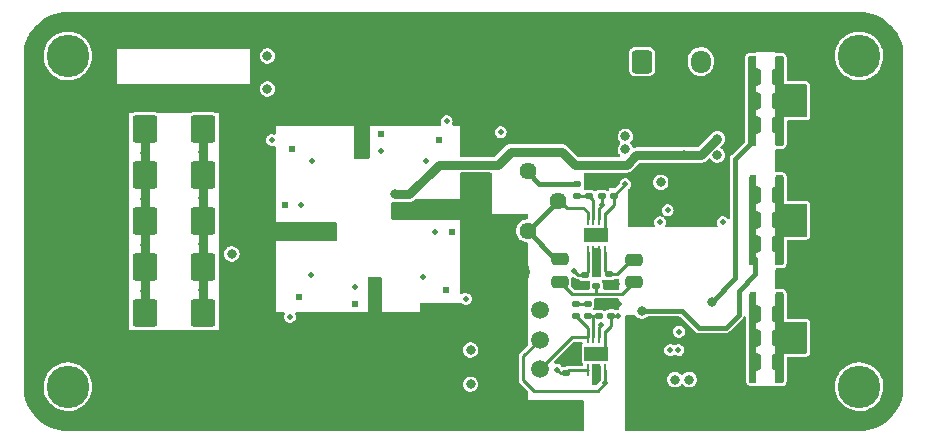
<source format=gbr>
%TF.GenerationSoftware,KiCad,Pcbnew,(6.0.5)*%
%TF.CreationDate,2022-11-19T18:23:49+08:00*%
%TF.ProjectId,EmoeNAP,456d6f65-4e41-4502-9e6b-696361645f70,rev?*%
%TF.SameCoordinates,Original*%
%TF.FileFunction,Copper,L4,Bot*%
%TF.FilePolarity,Positive*%
%FSLAX46Y46*%
G04 Gerber Fmt 4.6, Leading zero omitted, Abs format (unit mm)*
G04 Created by KiCad (PCBNEW (6.0.5)) date 2022-11-19 18:23:49*
%MOMM*%
%LPD*%
G01*
G04 APERTURE LIST*
G04 Aperture macros list*
%AMRoundRect*
0 Rectangle with rounded corners*
0 $1 Rounding radius*
0 $2 $3 $4 $5 $6 $7 $8 $9 X,Y pos of 4 corners*
0 Add a 4 corners polygon primitive as box body*
4,1,4,$2,$3,$4,$5,$6,$7,$8,$9,$2,$3,0*
0 Add four circle primitives for the rounded corners*
1,1,$1+$1,$2,$3*
1,1,$1+$1,$4,$5*
1,1,$1+$1,$6,$7*
1,1,$1+$1,$8,$9*
0 Add four rect primitives between the rounded corners*
20,1,$1+$1,$2,$3,$4,$5,0*
20,1,$1+$1,$4,$5,$6,$7,0*
20,1,$1+$1,$6,$7,$8,$9,0*
20,1,$1+$1,$8,$9,$2,$3,0*%
G04 Aperture macros list end*
%TA.AperFunction,ComponentPad*%
%ADD10C,3.600000*%
%TD*%
%TA.AperFunction,ComponentPad*%
%ADD11RoundRect,0.250000X-0.600000X-0.725000X0.600000X-0.725000X0.600000X0.725000X-0.600000X0.725000X0*%
%TD*%
%TA.AperFunction,ComponentPad*%
%ADD12O,1.700000X1.950000*%
%TD*%
%TA.AperFunction,ComponentPad*%
%ADD13C,1.500000*%
%TD*%
%TA.AperFunction,ComponentPad*%
%ADD14C,2.000000*%
%TD*%
%TA.AperFunction,ComponentPad*%
%ADD15C,1.440000*%
%TD*%
%TA.AperFunction,SMDPad,CuDef*%
%ADD16RoundRect,0.140000X-0.170000X0.140000X-0.170000X-0.140000X0.170000X-0.140000X0.170000X0.140000X0*%
%TD*%
%TA.AperFunction,SMDPad,CuDef*%
%ADD17RoundRect,0.250000X0.250000X0.475000X-0.250000X0.475000X-0.250000X-0.475000X0.250000X-0.475000X0*%
%TD*%
%TA.AperFunction,SMDPad,CuDef*%
%ADD18RoundRect,0.135000X-0.185000X0.135000X-0.185000X-0.135000X0.185000X-0.135000X0.185000X0.135000X0*%
%TD*%
%TA.AperFunction,SMDPad,CuDef*%
%ADD19RoundRect,0.135000X0.185000X-0.135000X0.185000X0.135000X-0.185000X0.135000X-0.185000X-0.135000X0*%
%TD*%
%TA.AperFunction,SMDPad,CuDef*%
%ADD20RoundRect,0.250000X-0.475000X0.250000X-0.475000X-0.250000X0.475000X-0.250000X0.475000X0.250000X0*%
%TD*%
%TA.AperFunction,SMDPad,CuDef*%
%ADD21RoundRect,0.062500X-0.062500X0.425000X-0.062500X-0.425000X0.062500X-0.425000X0.062500X0.425000X0*%
%TD*%
%TA.AperFunction,SMDPad,CuDef*%
%ADD22R,2.000000X1.200000*%
%TD*%
%TA.AperFunction,SMDPad,CuDef*%
%ADD23RoundRect,0.140000X0.170000X-0.140000X0.170000X0.140000X-0.170000X0.140000X-0.170000X-0.140000X0*%
%TD*%
%TA.AperFunction,SMDPad,CuDef*%
%ADD24RoundRect,0.250000X-0.787500X-0.925000X0.787500X-0.925000X0.787500X0.925000X-0.787500X0.925000X0*%
%TD*%
%TA.AperFunction,SMDPad,CuDef*%
%ADD25RoundRect,0.250000X0.475000X-0.250000X0.475000X0.250000X-0.475000X0.250000X-0.475000X-0.250000X0*%
%TD*%
%TA.AperFunction,ViaPad*%
%ADD26C,0.603000*%
%TD*%
%TA.AperFunction,ViaPad*%
%ADD27C,0.500000*%
%TD*%
%TA.AperFunction,ViaPad*%
%ADD28C,0.800000*%
%TD*%
%TA.AperFunction,Conductor*%
%ADD29C,0.250000*%
%TD*%
%TA.AperFunction,Conductor*%
%ADD30C,0.400000*%
%TD*%
%TA.AperFunction,Conductor*%
%ADD31C,0.800000*%
%TD*%
G04 APERTURE END LIST*
D10*
%TO.P,H1,1*%
%TO.N,N/C*%
X114000000Y-93000000D03*
%TD*%
D11*
%TO.P,J1,1,Pin_1*%
%TO.N,VDD*%
X162600000Y-93475000D03*
D12*
%TO.P,J1,2,Pin_2*%
%TO.N,GND*%
X165100000Y-93475000D03*
%TO.P,J1,3,Pin_3*%
%TO.N,VSS*%
X167600000Y-93475000D03*
%TD*%
D13*
%TO.P,U4,1*%
%TO.N,Net-(R6-Pad1)*%
X153950000Y-114524906D03*
%TO.P,U4,2*%
%TO.N,Net-(R20-Pad2)*%
X153950000Y-117024906D03*
%TO.P,U4,3*%
%TO.N,Net-(R4-Pad2)*%
X153950000Y-119524906D03*
D14*
%TO.P,U4,4*%
%TO.N,GND*%
X152150000Y-111324906D03*
X156150000Y-123224906D03*
%TD*%
D10*
%TO.P,H3,1*%
%TO.N,N/C*%
X114000000Y-121000000D03*
%TD*%
D15*
%TO.P,RV1,1,1*%
%TO.N,Net-(R1-Pad2)*%
X152925000Y-102724906D03*
%TO.P,RV1,2,2*%
%TO.N,Net-(C2-Pad2)*%
X155465000Y-105264906D03*
%TO.P,RV1,3,3*%
X152925000Y-107804906D03*
%TD*%
D10*
%TO.P,H4,1*%
%TO.N,N/C*%
X181000000Y-121000000D03*
%TD*%
%TO.P,H2,1*%
%TO.N,N/C*%
X181000000Y-93000000D03*
%TD*%
D16*
%TO.P,C61,1*%
%TO.N,GND*%
X160000000Y-114026203D03*
%TO.P,C61,2*%
%TO.N,VSS*%
X160000000Y-114986203D03*
%TD*%
D17*
%TO.P,C10,1*%
%TO.N,Net-(C10-Pad1)*%
X174100000Y-118950000D03*
%TO.P,C10,2*%
%TO.N,Net-(C10-Pad2)*%
X172200000Y-118950000D03*
%TD*%
D18*
%TO.P,R9,1*%
%TO.N,Net-(C3-Pad1)*%
X159800001Y-111475560D03*
%TO.P,R9,2*%
%TO.N,GND*%
X159800001Y-112495560D03*
%TD*%
%TO.P,R2,1*%
%TO.N,GND*%
X159000000Y-114001406D03*
%TO.P,R2,2*%
%TO.N,Net-(R2-Pad2)*%
X159000000Y-115021406D03*
%TD*%
D19*
%TO.P,R1,1*%
%TO.N,Net-(R1-Pad1)*%
X157100000Y-104845560D03*
%TO.P,R1,2*%
%TO.N,Net-(R1-Pad2)*%
X157100000Y-103825560D03*
%TD*%
%TO.P,R3,1*%
%TO.N,Net-(R2-Pad2)*%
X158000000Y-115021406D03*
%TO.P,R3,2*%
%TO.N,Net-(R3-Pad2)*%
X158000000Y-114001406D03*
%TD*%
D20*
%TO.P,C3,1*%
%TO.N,Net-(C3-Pad1)*%
X161900000Y-110249906D03*
%TO.P,C3,2*%
%TO.N,Net-(C2-Pad1)*%
X161900000Y-112149906D03*
%TD*%
D17*
%TO.P,C9,1*%
%TO.N,Net-(C10-Pad1)*%
X174100000Y-116900000D03*
%TO.P,C9,2*%
%TO.N,Net-(C10-Pad2)*%
X172200000Y-116900000D03*
%TD*%
%TO.P,C8,1*%
%TO.N,Net-(C10-Pad1)*%
X174100000Y-114850000D03*
%TO.P,C8,2*%
%TO.N,Net-(C10-Pad2)*%
X172200000Y-114850000D03*
%TD*%
D21*
%TO.P,U3,1*%
%TO.N,Net-(R4-Pad2)*%
X158000000Y-116812406D03*
%TO.P,U3,2,-*%
%TO.N,Net-(R2-Pad2)*%
X158500000Y-116812406D03*
%TO.P,U3,3,+*%
%TO.N,Net-(R6-Pad1)*%
X159000000Y-116812406D03*
%TO.P,U3,4,V-*%
%TO.N,VSS*%
X159500000Y-116812406D03*
%TO.P,U3,5,+*%
%TO.N,Net-(R20-Pad2)*%
X159500000Y-119587406D03*
%TO.P,U3,6,-*%
%TO.N,Net-(C10-Pad2)*%
X159000000Y-119587406D03*
%TO.P,U3,7*%
X158500000Y-119587406D03*
%TO.P,U3,8,V+*%
%TO.N,VDD*%
X158000000Y-119587406D03*
D22*
%TO.P,U3,9,EP*%
%TO.N,VSS*%
X158750000Y-118199906D03*
%TD*%
D19*
%TO.P,R10,1*%
%TO.N,Net-(C1-Pad2)*%
X159200000Y-104845561D03*
%TO.P,R10,2*%
%TO.N,GND*%
X159200000Y-103825561D03*
%TD*%
D23*
%TO.P,C48,1*%
%TO.N,VDD*%
X156150000Y-119879906D03*
%TO.P,C48,2*%
%TO.N,GND*%
X156150000Y-118919906D03*
%TD*%
D24*
%TO.P,C11,1*%
%TO.N,Net-(C11-Pad1)*%
X120525000Y-114799906D03*
%TO.P,C11,2*%
%TO.N,Net-(C11-Pad2)*%
X125450000Y-114799906D03*
%TD*%
D25*
%TO.P,C2,1*%
%TO.N,Net-(C2-Pad1)*%
X155650000Y-112099906D03*
%TO.P,C2,2*%
%TO.N,Net-(C2-Pad2)*%
X155650000Y-110199906D03*
%TD*%
D17*
%TO.P,C32,1*%
%TO.N,Net-(C32-Pad1)*%
X174088096Y-108900000D03*
%TO.P,C32,2*%
%TO.N,Net-(C32-Pad2)*%
X172188096Y-108900000D03*
%TD*%
D24*
%TO.P,C18,1*%
%TO.N,Net-(C11-Pad1)*%
X120525000Y-103099906D03*
%TO.P,C18,2*%
%TO.N,Net-(C11-Pad2)*%
X125450000Y-103099906D03*
%TD*%
D17*
%TO.P,C27,1*%
%TO.N,Net-(C13-Pad1)*%
X174088096Y-96799999D03*
%TO.P,C27,2*%
%TO.N,Net-(C13-Pad2)*%
X172188096Y-96799999D03*
%TD*%
%TO.P,C29,1*%
%TO.N,Net-(C13-Pad1)*%
X174088096Y-98849999D03*
%TO.P,C29,2*%
%TO.N,Net-(C13-Pad2)*%
X172188096Y-98849999D03*
%TD*%
%TO.P,C36,1*%
%TO.N,Net-(C32-Pad1)*%
X174088097Y-104800000D03*
%TO.P,C36,2*%
%TO.N,Net-(C32-Pad2)*%
X172188097Y-104800000D03*
%TD*%
D21*
%TO.P,U2,1*%
%TO.N,Net-(C2-Pad2)*%
X158000000Y-106798060D03*
%TO.P,U2,2,-*%
%TO.N,Net-(R1-Pad1)*%
X158500000Y-106798060D03*
%TO.P,U2,3,+*%
%TO.N,Net-(C1-Pad2)*%
X159000000Y-106798060D03*
%TO.P,U2,4,V-*%
%TO.N,VSS*%
X159500000Y-106798060D03*
%TO.P,U2,5,+*%
%TO.N,Net-(C3-Pad1)*%
X159500000Y-109573060D03*
%TO.P,U2,6,-*%
%TO.N,Net-(R6-Pad1)*%
X159000000Y-109573060D03*
%TO.P,U2,7*%
X158500000Y-109573060D03*
%TO.P,U2,8,V+*%
%TO.N,VDD*%
X158000000Y-109573060D03*
D22*
%TO.P,U2,9,EP*%
%TO.N,VSS*%
X158750000Y-108185560D03*
%TD*%
D16*
%TO.P,C47,1*%
%TO.N,VDD*%
X157750000Y-111505560D03*
%TO.P,C47,2*%
%TO.N,GND*%
X157750000Y-112465560D03*
%TD*%
D24*
%TO.P,C20,1*%
%TO.N,Net-(C11-Pad1)*%
X120525000Y-99199906D03*
%TO.P,C20,2*%
%TO.N,Net-(C11-Pad2)*%
X125450000Y-99199906D03*
%TD*%
%TO.P,C12,1*%
%TO.N,Net-(C11-Pad1)*%
X120525000Y-110899906D03*
%TO.P,C12,2*%
%TO.N,Net-(C11-Pad2)*%
X125450000Y-110899906D03*
%TD*%
D16*
%TO.P,C60,1*%
%TO.N,GND*%
X160250000Y-103855560D03*
%TO.P,C60,2*%
%TO.N,VSS*%
X160250000Y-104815560D03*
%TD*%
D17*
%TO.P,C25,1*%
%TO.N,Net-(C13-Pad1)*%
X174088096Y-94749999D03*
%TO.P,C25,2*%
%TO.N,Net-(C13-Pad2)*%
X172188096Y-94749999D03*
%TD*%
%TO.P,C35,1*%
%TO.N,Net-(C32-Pad1)*%
X174088096Y-106849999D03*
%TO.P,C35,2*%
%TO.N,Net-(C32-Pad2)*%
X172188096Y-106849999D03*
%TD*%
D18*
%TO.P,R4,1*%
%TO.N,Net-(R3-Pad2)*%
X157000000Y-114001406D03*
%TO.P,R4,2*%
%TO.N,Net-(R4-Pad2)*%
X157000000Y-115021406D03*
%TD*%
%TO.P,R6,1*%
%TO.N,Net-(R6-Pad1)*%
X158750000Y-111475561D03*
%TO.P,R6,2*%
%TO.N,Net-(C2-Pad1)*%
X158750000Y-112495561D03*
%TD*%
%TO.P,R7,1*%
%TO.N,GND*%
X158150000Y-103825561D03*
%TO.P,R7,2*%
%TO.N,Net-(R1-Pad1)*%
X158150000Y-104845561D03*
%TD*%
D24*
%TO.P,C15,1*%
%TO.N,Net-(C11-Pad1)*%
X120525000Y-106999906D03*
%TO.P,C15,2*%
%TO.N,Net-(C11-Pad2)*%
X125450000Y-106999906D03*
%TD*%
D26*
%TO.N,GND*%
X117100000Y-109000000D03*
X117100000Y-104950000D03*
X113500000Y-108400000D03*
X113500000Y-105600000D03*
%TO.N,Net-(C1-Pad1)*%
X132350000Y-105641769D03*
X145400000Y-100141769D03*
D27*
X150650000Y-99449906D03*
D26*
X140550000Y-99641769D03*
X146050000Y-112791769D03*
X138325000Y-113966769D03*
X146550000Y-107941769D03*
X133550000Y-113441769D03*
X132950000Y-100891769D03*
D27*
%TO.N,Net-(C1-Pad2)*%
X159200001Y-105635560D03*
%TO.N,Net-(C2-Pad2)*%
X155650000Y-110199906D03*
D28*
%TO.N,Net-(C11-Pad1)*%
X120525000Y-101174906D03*
X120525000Y-108974906D03*
X120525000Y-105074906D03*
X120525000Y-112874906D03*
%TO.N,Net-(C11-Pad2)*%
X125450000Y-105049906D03*
X125450000Y-101149906D03*
X125450000Y-108949906D03*
X125450000Y-112849906D03*
D26*
%TO.N,Net-(C10-Pad1)*%
X174100000Y-114800000D03*
X174100000Y-116900000D03*
X175800000Y-116900000D03*
X174900000Y-117600000D03*
X174900000Y-116100000D03*
X174100000Y-118900000D03*
%TO.N,Net-(C10-Pad2)*%
X172200000Y-116900000D03*
X158700000Y-120400000D03*
X172200000Y-114800000D03*
X172200000Y-118900000D03*
%TO.N,Net-(C13-Pad1)*%
X175900000Y-96800000D03*
X174900000Y-97600000D03*
X174100000Y-96800000D03*
X174900000Y-96000000D03*
X174100000Y-94800000D03*
X174100000Y-98900000D03*
D28*
%TO.N,Net-(C13-Pad2)*%
X168500000Y-113800000D03*
D26*
X172200000Y-96800000D03*
X172200000Y-94800000D03*
X172200000Y-98900000D03*
%TO.N,Net-(C32-Pad1)*%
X174100000Y-104800000D03*
X174900000Y-107600000D03*
X175900000Y-106900000D03*
X174900000Y-106200000D03*
X174100000Y-108900000D03*
X174100000Y-106900000D03*
%TO.N,Net-(C32-Pad2)*%
X172200000Y-104800000D03*
X172200000Y-108900000D03*
X172200000Y-106900000D03*
D28*
X162600000Y-114600000D03*
D26*
%TO.N,GND*%
X136950000Y-116241769D03*
X118800000Y-104600000D03*
X129950000Y-102241769D03*
X127200000Y-111000000D03*
D28*
X179200000Y-105200000D03*
D26*
X139950000Y-116241769D03*
X144800000Y-118291863D03*
X148950000Y-109241769D03*
X133950000Y-97241769D03*
X129950000Y-100241769D03*
X127200000Y-103000000D03*
X146000000Y-120491863D03*
D28*
X166200000Y-97400000D03*
X179200000Y-114100000D03*
D26*
X129950000Y-105241769D03*
X118800000Y-98600000D03*
X118800000Y-109400000D03*
X129950000Y-114241769D03*
D27*
X144520000Y-114681863D03*
D26*
X148950000Y-107241769D03*
X129950000Y-115241769D03*
X141845884Y-105645884D03*
D28*
X179100000Y-99500000D03*
D26*
X132950000Y-97241769D03*
X141950000Y-116241769D03*
X118000000Y-104950000D03*
D27*
X138840000Y-101161863D03*
X162140000Y-117500000D03*
D26*
X131950000Y-116241769D03*
X129950000Y-99241769D03*
X134950000Y-116241769D03*
D28*
X182300000Y-108100000D03*
D26*
X144950000Y-97241769D03*
D27*
X140020000Y-112501863D03*
D26*
X128600000Y-103000000D03*
X165855094Y-105494906D03*
X129950000Y-104241769D03*
X148950000Y-103250000D03*
X124200000Y-117200000D03*
X126400000Y-96800000D03*
X140950000Y-97241769D03*
D27*
X133350000Y-108171863D03*
D26*
X137950000Y-116241769D03*
X128400000Y-111000000D03*
X146000000Y-118291863D03*
D28*
X179200000Y-108100000D03*
D27*
X147640093Y-114531770D03*
D26*
X122800000Y-117200000D03*
X141950000Y-97241769D03*
D28*
X164000000Y-99800000D03*
D26*
X142950000Y-116241769D03*
X138950000Y-116241769D03*
X118800000Y-99800000D03*
X148950000Y-98241769D03*
X139950000Y-97241769D03*
D28*
X166800000Y-103700000D03*
D27*
X131230094Y-99161769D03*
D26*
X127200000Y-117200000D03*
D28*
X169200000Y-103700000D03*
D26*
X127200000Y-112200000D03*
X144800000Y-120491863D03*
D28*
X165100000Y-98600000D03*
D27*
X131210094Y-112491769D03*
D26*
X134200000Y-95491863D03*
X129950000Y-103241769D03*
X120000000Y-96800000D03*
X121400000Y-117200000D03*
X127200000Y-114600000D03*
X123800000Y-96800000D03*
X146950000Y-97241769D03*
X148950000Y-108241769D03*
D27*
X157130969Y-112467891D03*
D26*
X130950000Y-116241769D03*
X118800000Y-111800000D03*
X129950000Y-111241769D03*
X127200000Y-101800000D03*
D27*
X166800000Y-117600000D03*
D26*
X120000000Y-117200000D03*
D28*
X177100000Y-109500000D03*
D26*
X142950000Y-97241769D03*
D28*
X169200000Y-118800000D03*
D26*
X156150000Y-118300000D03*
D28*
X177100000Y-119500000D03*
D26*
X125600000Y-117200000D03*
X134200000Y-93291863D03*
X148950000Y-100241769D03*
X121400000Y-96800000D03*
X136950000Y-97241769D03*
D28*
X182300000Y-105200000D03*
D26*
X148950000Y-113241769D03*
X118800000Y-97400000D03*
X127200000Y-99400000D03*
X148950000Y-97241769D03*
D27*
X160643797Y-114026203D03*
D26*
X129950000Y-98241769D03*
X148950000Y-104241769D03*
X129950000Y-112241769D03*
X127200000Y-98200000D03*
D27*
X135460000Y-108001863D03*
D26*
X118800000Y-103400000D03*
D28*
X182400000Y-114100000D03*
D26*
X129950000Y-109241769D03*
X129950000Y-116241769D03*
X129950000Y-110241769D03*
X158150000Y-103250000D03*
X147950000Y-97241769D03*
D28*
X175900000Y-120500000D03*
D26*
X125000000Y-96800000D03*
X118800000Y-102200000D03*
D27*
X164900000Y-116700000D03*
X147030000Y-98501863D03*
D26*
X143950000Y-97241769D03*
X143950000Y-116241769D03*
X129950000Y-101241769D03*
X143768231Y-106231769D03*
X129950000Y-108241769D03*
X138950000Y-97241769D03*
D28*
X177100000Y-94200000D03*
D27*
X131837501Y-115144362D03*
X133850001Y-98571862D03*
D26*
X135950000Y-97241769D03*
D28*
X182300000Y-99500000D03*
X166800000Y-118800000D03*
X175900000Y-93200000D03*
D26*
X148950000Y-116241769D03*
X127200000Y-100600000D03*
X133000000Y-93291863D03*
D27*
X136324953Y-107966816D03*
D26*
X127200000Y-113400000D03*
X118800000Y-113000000D03*
D28*
X182400000Y-111100000D03*
D26*
X148950000Y-105241769D03*
D28*
X175900000Y-110500000D03*
D26*
X140950000Y-116241769D03*
D28*
X182300000Y-102400000D03*
D26*
X122600000Y-96800000D03*
X118800000Y-114200000D03*
X146950000Y-116241769D03*
X148950000Y-101241769D03*
X133950000Y-116241769D03*
X127200000Y-115800000D03*
X148950000Y-112241769D03*
X148950000Y-115241769D03*
X129950000Y-106241769D03*
D28*
X166200000Y-99800000D03*
D26*
X118800000Y-110600000D03*
X148950000Y-111241769D03*
X142854116Y-105645884D03*
X145950000Y-116241769D03*
D28*
X179100000Y-102400000D03*
D27*
X162140000Y-104970000D03*
D28*
X179200000Y-111100000D03*
D26*
X129950000Y-113241769D03*
D28*
X164000000Y-97400000D03*
D26*
X118800000Y-115400000D03*
D27*
X160460000Y-112290000D03*
D26*
X145068231Y-106231769D03*
X118800000Y-101000000D03*
X148950000Y-114241769D03*
X135950000Y-116241769D03*
X118800000Y-116600000D03*
X144950000Y-116241769D03*
X132950000Y-116241769D03*
X133000000Y-95491863D03*
X148950000Y-110241769D03*
X148950000Y-106241769D03*
X131950000Y-97241769D03*
X129950000Y-97241769D03*
D27*
X147630094Y-101141769D03*
D26*
X137950000Y-97241769D03*
X145950000Y-97241769D03*
X134950000Y-97241769D03*
D27*
%TO.N,Net-(R20-Pad2)*%
X169439999Y-107089905D03*
X159500000Y-120699906D03*
X164140000Y-107089906D03*
%TO.N,Net-(R6-Pad1)*%
X158750000Y-110685560D03*
X159150000Y-115799906D03*
%TO.N,VDD*%
X147700000Y-113571863D03*
D28*
X148100000Y-120791863D03*
D27*
X131250094Y-100121769D03*
X132800000Y-115081863D03*
D28*
X130900000Y-92991863D03*
X161200000Y-100900000D03*
D27*
X164785000Y-106065000D03*
D28*
X130900000Y-95791863D03*
D27*
X146070000Y-98511863D03*
D28*
X164200000Y-103700000D03*
D27*
X156880000Y-111220000D03*
D28*
X148100000Y-117891863D03*
X161200000Y-99800000D03*
D27*
X155430000Y-119570000D03*
D28*
%TO.N,VSS*%
X142860000Y-104721863D03*
X169000000Y-101400000D03*
X169000000Y-100000000D03*
X165400000Y-120400000D03*
X166600000Y-120400000D03*
D27*
X165740000Y-116340000D03*
X165000000Y-117900000D03*
D28*
X167600000Y-101400000D03*
X141690000Y-104721863D03*
X166200000Y-101400000D03*
D27*
X161200000Y-103870000D03*
X165700000Y-117900000D03*
X160580000Y-114990000D03*
%TO.N,Net-(RISO3-Pad2)*%
X145100000Y-107941769D03*
X133750000Y-105591769D03*
D28*
X127881426Y-109755586D03*
D27*
X140550000Y-101041769D03*
X144090000Y-111721769D03*
X138300000Y-112591769D03*
X144340000Y-101921769D03*
X134550000Y-111551769D03*
X134700000Y-101851769D03*
%TD*%
D29*
%TO.N,Net-(C1-Pad2)*%
X159200000Y-105685560D02*
X159200001Y-105635560D01*
X159000000Y-105885560D02*
X159200000Y-105685560D01*
X159200001Y-105635560D02*
X159200000Y-104845560D01*
X159000000Y-106798060D02*
X159000000Y-105885560D01*
%TO.N,Net-(C2-Pad1)*%
X156700000Y-113149906D02*
X155650000Y-112099906D01*
X160900000Y-113149906D02*
X161900000Y-112149906D01*
X158750000Y-113149906D02*
X156700000Y-113149906D01*
X158750000Y-113149906D02*
X160900000Y-113149906D01*
X158750000Y-112495561D02*
X158750000Y-113149906D01*
%TO.N,Net-(C2-Pad2)*%
X156250000Y-105849906D02*
X155900000Y-105499906D01*
X158000000Y-106798060D02*
X158000000Y-106199906D01*
D30*
X155465000Y-105264906D02*
X152925000Y-107804906D01*
X152925000Y-107804906D02*
X155270000Y-110149906D01*
D29*
X157650000Y-105849906D02*
X156250000Y-105849906D01*
X158000000Y-106199906D02*
X157650000Y-105849906D01*
%TO.N,Net-(C3-Pad1)*%
X159500000Y-111175560D02*
X159800000Y-111475560D01*
X160474346Y-111475560D02*
X161450000Y-110499906D01*
X159500000Y-109573059D02*
X159500000Y-111175560D01*
X159800001Y-111475560D02*
X160474346Y-111475560D01*
D31*
%TO.N,Net-(C11-Pad1)*%
X120525000Y-108974906D02*
X120525000Y-112874906D01*
X120525000Y-112874906D02*
X120525000Y-114799906D01*
X120525000Y-101174906D02*
X120525000Y-105074906D01*
X120525000Y-105074906D02*
X120525000Y-108974906D01*
X120525000Y-99199906D02*
X120525000Y-101174906D01*
%TO.N,Net-(C11-Pad2)*%
X125450000Y-112849906D02*
X125450000Y-114799906D01*
X125450000Y-108949906D02*
X125450000Y-112849906D01*
X125450000Y-105049906D02*
X125450000Y-108949906D01*
X125450000Y-101149906D02*
X125450000Y-105049906D01*
X125450000Y-99199906D02*
X125450000Y-101149906D01*
D30*
%TO.N,Net-(C13-Pad2)*%
X170500000Y-101700000D02*
X172000000Y-100200000D01*
X170500000Y-111800000D02*
X170500000Y-101700000D01*
X168500000Y-113800000D02*
X170500000Y-111800000D01*
%TO.N,Net-(C32-Pad2)*%
X172200000Y-111500000D02*
X172200000Y-110200000D01*
X167400000Y-116000000D02*
X169700000Y-116000000D01*
X170800000Y-114900000D02*
X170800000Y-112900000D01*
X166000000Y-114600000D02*
X167400000Y-116000000D01*
X169700000Y-116000000D02*
X170800000Y-114900000D01*
X162600000Y-114600000D02*
X166000000Y-114600000D01*
X170800000Y-112900000D02*
X172200000Y-111500000D01*
D29*
%TO.N,GND*%
X159800001Y-112495560D02*
X160254440Y-112495560D01*
D30*
X158150000Y-103825561D02*
X160220001Y-103825561D01*
X158150000Y-103825561D02*
X158150000Y-103250000D01*
D29*
X157190000Y-112460000D02*
X157130969Y-112467891D01*
D30*
X156150000Y-118919906D02*
X156150000Y-118300000D01*
D29*
X160643797Y-114026203D02*
X160676203Y-114026203D01*
X157130969Y-112467891D02*
X157195560Y-112465560D01*
X160680000Y-114030000D02*
X160676203Y-114026203D01*
X159000000Y-114001406D02*
X159975203Y-114001406D01*
X160000000Y-114026203D02*
X160643797Y-114026203D01*
X160254440Y-112495560D02*
X160460000Y-112290000D01*
X157750000Y-112465560D02*
X157195560Y-112465560D01*
%TO.N,Net-(R3-Pad2)*%
X158000000Y-114001406D02*
X157000000Y-114001406D01*
%TO.N,Net-(R20-Pad2)*%
X152550000Y-120450000D02*
X153450000Y-121350000D01*
X159500000Y-120699906D02*
X159500000Y-119587406D01*
X153450000Y-121350000D02*
X158849906Y-121350000D01*
X153950000Y-117024906D02*
X152550000Y-118424906D01*
X158849906Y-121350000D02*
X159500000Y-120699906D01*
X152550000Y-118424906D02*
X152550000Y-120450000D01*
%TO.N,Net-(R6-Pad1)*%
X159000000Y-115949906D02*
X159150000Y-115799906D01*
X159000000Y-116812406D02*
X159000000Y-115949906D01*
%TO.N,VDD*%
X158000000Y-119587406D02*
X156442500Y-119587406D01*
X157165560Y-111505560D02*
X156880000Y-111220000D01*
X158000000Y-109573059D02*
X157999999Y-111255560D01*
X157750000Y-111505560D02*
X157165560Y-111505560D01*
X155739906Y-119879906D02*
X155430000Y-119570000D01*
X156150000Y-119879906D02*
X155739906Y-119879906D01*
X157999999Y-111255560D02*
X157750000Y-111505560D01*
X156442500Y-119587406D02*
X156150000Y-119879906D01*
D31*
%TO.N,VSS*%
X142860000Y-104721863D02*
X141690000Y-104721863D01*
D29*
X159500000Y-116812406D02*
X159500000Y-116399906D01*
X160000000Y-115899906D02*
X160000000Y-114986203D01*
D31*
X167600000Y-101400000D02*
X162140000Y-101400000D01*
D29*
X159500000Y-116812406D02*
X159500000Y-117799906D01*
D31*
X145382807Y-102199056D02*
X142860000Y-104721863D01*
D29*
X159500001Y-106385560D02*
X160250000Y-105635560D01*
X159500000Y-106798060D02*
X159500001Y-106385560D01*
X159500000Y-106798060D02*
X159500000Y-107749906D01*
D31*
X150400944Y-102199056D02*
X145382807Y-102199056D01*
D29*
X160250000Y-105635560D02*
X160250000Y-104815560D01*
X160254440Y-104815560D02*
X161200000Y-103870000D01*
X159500000Y-116399906D02*
X160000000Y-115899906D01*
D31*
X156920000Y-102220000D02*
X155800000Y-101100000D01*
X151500000Y-101100000D02*
X150400944Y-102199056D01*
D29*
X160576203Y-114986203D02*
X160580000Y-114990000D01*
D31*
X169000000Y-100000000D02*
X167600000Y-101400000D01*
D29*
X160000000Y-114986203D02*
X160576203Y-114986203D01*
D31*
X155800000Y-101100000D02*
X151500000Y-101100000D01*
X162140000Y-101400000D02*
X161320000Y-102220000D01*
X161320000Y-102220000D02*
X156920000Y-102220000D01*
D30*
%TO.N,Net-(R1-Pad2)*%
X157100000Y-103825560D02*
X153925654Y-103825560D01*
X153925654Y-103825560D02*
X152925000Y-102824906D01*
D29*
%TO.N,Net-(R1-Pad1)*%
X157100000Y-104845560D02*
X158150000Y-104845560D01*
X158500000Y-105195560D02*
X158150000Y-104845560D01*
X158500000Y-106798060D02*
X158500000Y-105195560D01*
%TO.N,Net-(R2-Pad2)*%
X158500000Y-115049906D02*
X158528500Y-115021406D01*
X159000000Y-115021406D02*
X158528500Y-115021406D01*
X158528500Y-115021406D02*
X158000000Y-115021406D01*
X158500000Y-116812406D02*
X158500000Y-115049906D01*
%TO.N,Net-(R4-Pad2)*%
X156662500Y-116812406D02*
X153950000Y-119524906D01*
X158000000Y-116812406D02*
X156662500Y-116812406D01*
X158000000Y-116812406D02*
X158000000Y-116021406D01*
X158000000Y-116021406D02*
X157000000Y-115021406D01*
%TD*%
%TA.AperFunction,Conductor*%
%TO.N,Net-(C13-Pad1)*%
G36*
X174542121Y-93020002D02*
G01*
X174588614Y-93073658D01*
X174600000Y-93126000D01*
X174600000Y-95400000D01*
X176474000Y-95400000D01*
X176542121Y-95420002D01*
X176588614Y-95473658D01*
X176600000Y-95526000D01*
X176600000Y-98074000D01*
X176579998Y-98142121D01*
X176526342Y-98188614D01*
X176474000Y-98200000D01*
X174600000Y-98200000D01*
X174600000Y-100474000D01*
X174579998Y-100542121D01*
X174526342Y-100588614D01*
X174474000Y-100600000D01*
X174026000Y-100600000D01*
X173957879Y-100579998D01*
X173911386Y-100526342D01*
X173900000Y-100474000D01*
X173900000Y-93126000D01*
X173920002Y-93057879D01*
X173973658Y-93011386D01*
X174026000Y-93000000D01*
X174474000Y-93000000D01*
X174542121Y-93020002D01*
G37*
%TD.AperFunction*%
%TD*%
%TA.AperFunction,Conductor*%
%TO.N,Net-(C32-Pad2)*%
G36*
X172242121Y-103120002D02*
G01*
X172288614Y-103173658D01*
X172300000Y-103226000D01*
X172300000Y-110574000D01*
X172279998Y-110642121D01*
X172226342Y-110688614D01*
X172174000Y-110700000D01*
X171826000Y-110700000D01*
X171757879Y-110679998D01*
X171711386Y-110626342D01*
X171700000Y-110574000D01*
X171700000Y-103226000D01*
X171720002Y-103157879D01*
X171773658Y-103111386D01*
X171826000Y-103100000D01*
X172174000Y-103100000D01*
X172242121Y-103120002D01*
G37*
%TD.AperFunction*%
%TD*%
%TA.AperFunction,Conductor*%
%TO.N,Net-(C13-Pad2)*%
G36*
X172242121Y-93020002D02*
G01*
X172288614Y-93073658D01*
X172300000Y-93126000D01*
X172300000Y-100474000D01*
X172279998Y-100542121D01*
X172226342Y-100588614D01*
X172174000Y-100600000D01*
X171726000Y-100600000D01*
X171657879Y-100579998D01*
X171611386Y-100526342D01*
X171600000Y-100474000D01*
X171600000Y-93126000D01*
X171620002Y-93057879D01*
X171673658Y-93011386D01*
X171726000Y-93000000D01*
X172174000Y-93000000D01*
X172242121Y-93020002D01*
G37*
%TD.AperFunction*%
%TD*%
%TA.AperFunction,Conductor*%
%TO.N,Net-(C10-Pad2)*%
G36*
X172242121Y-113020002D02*
G01*
X172288614Y-113073658D01*
X172300000Y-113126000D01*
X172300000Y-120574000D01*
X172279998Y-120642121D01*
X172226342Y-120688614D01*
X172174000Y-120700000D01*
X171826000Y-120700000D01*
X171757879Y-120679998D01*
X171711386Y-120626342D01*
X171700000Y-120574000D01*
X171700000Y-113126000D01*
X171720002Y-113057879D01*
X171773658Y-113011386D01*
X171826000Y-113000000D01*
X172174000Y-113000000D01*
X172242121Y-113020002D01*
G37*
%TD.AperFunction*%
%TD*%
%TA.AperFunction,Conductor*%
%TO.N,Net-(C10-Pad1)*%
G36*
X174542121Y-113020002D02*
G01*
X174588614Y-113073658D01*
X174600000Y-113126000D01*
X174600000Y-115500000D01*
X176474000Y-115500000D01*
X176542121Y-115520002D01*
X176588614Y-115573658D01*
X176600000Y-115626000D01*
X176600000Y-118074000D01*
X176579998Y-118142121D01*
X176526342Y-118188614D01*
X176474000Y-118200000D01*
X174600000Y-118200000D01*
X174600000Y-120574000D01*
X174579998Y-120642121D01*
X174526342Y-120688614D01*
X174474000Y-120700000D01*
X174026000Y-120700000D01*
X173957879Y-120679998D01*
X173911386Y-120626342D01*
X173900000Y-120574000D01*
X173900000Y-113126000D01*
X173920002Y-113057879D01*
X173973658Y-113011386D01*
X174026000Y-113000000D01*
X174474000Y-113000000D01*
X174542121Y-113020002D01*
G37*
%TD.AperFunction*%
%TD*%
%TA.AperFunction,Conductor*%
%TO.N,Net-(C32-Pad1)*%
G36*
X174542121Y-103120002D02*
G01*
X174588614Y-103173658D01*
X174600000Y-103226000D01*
X174600000Y-105500000D01*
X176474000Y-105500000D01*
X176542121Y-105520002D01*
X176588614Y-105573658D01*
X176600000Y-105626000D01*
X176600000Y-108174000D01*
X176579998Y-108242121D01*
X176526342Y-108288614D01*
X176474000Y-108300000D01*
X174600000Y-108300000D01*
X174600000Y-110574000D01*
X174579998Y-110642121D01*
X174526342Y-110688614D01*
X174474000Y-110700000D01*
X174026000Y-110700000D01*
X173957879Y-110679998D01*
X173911386Y-110626342D01*
X173900000Y-110574000D01*
X173900000Y-103226000D01*
X173920002Y-103157879D01*
X173973658Y-103111386D01*
X174026000Y-103100000D01*
X174474000Y-103100000D01*
X174542121Y-103120002D01*
G37*
%TD.AperFunction*%
%TD*%
%TA.AperFunction,Conductor*%
%TO.N,GND*%
G36*
X180987496Y-89252921D02*
G01*
X180987828Y-89252987D01*
X180987829Y-89252987D01*
X181000000Y-89255408D01*
X181012171Y-89252987D01*
X181024582Y-89252987D01*
X181024582Y-89253026D01*
X181035310Y-89252235D01*
X181236423Y-89262115D01*
X181361337Y-89268251D01*
X181373633Y-89269462D01*
X181725375Y-89321639D01*
X181737481Y-89324046D01*
X182082414Y-89410447D01*
X182094246Y-89414036D01*
X182429044Y-89533829D01*
X182440468Y-89538561D01*
X182579684Y-89604405D01*
X182761912Y-89690592D01*
X182772813Y-89696419D01*
X183077805Y-89879225D01*
X183088086Y-89886095D01*
X183373691Y-90097913D01*
X183383230Y-90105740D01*
X183646716Y-90344551D01*
X183655449Y-90353284D01*
X183894260Y-90616770D01*
X183902087Y-90626309D01*
X184001246Y-90760010D01*
X184113905Y-90911914D01*
X184120775Y-90922195D01*
X184161894Y-90990798D01*
X184273420Y-91176866D01*
X184303581Y-91227187D01*
X184309408Y-91238088D01*
X184350360Y-91324675D01*
X184461439Y-91559532D01*
X184466171Y-91570956D01*
X184585964Y-91905754D01*
X184589553Y-91917584D01*
X184675954Y-92262519D01*
X184678361Y-92274625D01*
X184720635Y-92559610D01*
X184730537Y-92626362D01*
X184731749Y-92638663D01*
X184733879Y-92682020D01*
X184747765Y-92964690D01*
X184746974Y-92975418D01*
X184747013Y-92975418D01*
X184747013Y-92987829D01*
X184744592Y-93000000D01*
X184747013Y-93012171D01*
X184747013Y-93012172D01*
X184747079Y-93012504D01*
X184749500Y-93037085D01*
X184749500Y-120962915D01*
X184747079Y-120987496D01*
X184744592Y-121000000D01*
X184747013Y-121012171D01*
X184747013Y-121024582D01*
X184746974Y-121024582D01*
X184747765Y-121035310D01*
X184741445Y-121163966D01*
X184733500Y-121325698D01*
X184731749Y-121361332D01*
X184730538Y-121373633D01*
X184697248Y-121598056D01*
X184678363Y-121725366D01*
X184675954Y-121737481D01*
X184589553Y-122082414D01*
X184585964Y-122094246D01*
X184466171Y-122429044D01*
X184461439Y-122440468D01*
X184419080Y-122530030D01*
X184339995Y-122697242D01*
X184309410Y-122761908D01*
X184303583Y-122772808D01*
X184279433Y-122813101D01*
X184120775Y-123077805D01*
X184113905Y-123088086D01*
X183902087Y-123373691D01*
X183894260Y-123383230D01*
X183655454Y-123646711D01*
X183646716Y-123655449D01*
X183383230Y-123894260D01*
X183373691Y-123902087D01*
X183164636Y-124057132D01*
X183088086Y-124113905D01*
X183077805Y-124120775D01*
X182772813Y-124303581D01*
X182761912Y-124309408D01*
X182617482Y-124377718D01*
X182440468Y-124461439D01*
X182429044Y-124466171D01*
X182094246Y-124585964D01*
X182082416Y-124589553D01*
X181737481Y-124675954D01*
X181725375Y-124678361D01*
X181373633Y-124730538D01*
X181361337Y-124731749D01*
X181236423Y-124737885D01*
X181035310Y-124747765D01*
X181024582Y-124746974D01*
X181024582Y-124747013D01*
X181012171Y-124747013D01*
X181000000Y-124744592D01*
X180987829Y-124747013D01*
X180987828Y-124747013D01*
X180987496Y-124747079D01*
X180962915Y-124749500D01*
X161326000Y-124749500D01*
X161257879Y-124729498D01*
X161211386Y-124675842D01*
X161200000Y-124623500D01*
X161200000Y-120393138D01*
X164744758Y-120393138D01*
X164762035Y-120549633D01*
X164816143Y-120697490D01*
X164820380Y-120703796D01*
X164820382Y-120703799D01*
X164833265Y-120722970D01*
X164903958Y-120828172D01*
X165020410Y-120934135D01*
X165059096Y-120955140D01*
X165152099Y-121005637D01*
X165152101Y-121005638D01*
X165158776Y-121009262D01*
X165166125Y-121011190D01*
X165303719Y-121047287D01*
X165303721Y-121047287D01*
X165311069Y-121049215D01*
X165394380Y-121050524D01*
X165460898Y-121051569D01*
X165460901Y-121051569D01*
X165468495Y-121051688D01*
X165621968Y-121016538D01*
X165762625Y-120945795D01*
X165790154Y-120922283D01*
X165876574Y-120848474D01*
X165876576Y-120848471D01*
X165882348Y-120843542D01*
X165886778Y-120837377D01*
X165886781Y-120837374D01*
X165896413Y-120823969D01*
X165952407Y-120780321D01*
X166023110Y-120773874D01*
X166086075Y-120806676D01*
X166094321Y-120816500D01*
X166094761Y-120816120D01*
X166099721Y-120821866D01*
X166103958Y-120828172D01*
X166220410Y-120934135D01*
X166259096Y-120955140D01*
X166352099Y-121005637D01*
X166352101Y-121005638D01*
X166358776Y-121009262D01*
X166366125Y-121011190D01*
X166503719Y-121047287D01*
X166503721Y-121047287D01*
X166511069Y-121049215D01*
X166594380Y-121050524D01*
X166660898Y-121051569D01*
X166660901Y-121051569D01*
X166668495Y-121051688D01*
X166821968Y-121016538D01*
X166897644Y-120978477D01*
X178944822Y-120978477D01*
X178960916Y-121257596D01*
X179014741Y-121531948D01*
X179105303Y-121796457D01*
X179230925Y-122046228D01*
X179389282Y-122276639D01*
X179392169Y-122279812D01*
X179392170Y-122279813D01*
X179437546Y-122329681D01*
X179577444Y-122483427D01*
X179580725Y-122486170D01*
X179788638Y-122660013D01*
X179788643Y-122660017D01*
X179791930Y-122662765D01*
X179846891Y-122697242D01*
X180025131Y-122809052D01*
X180025135Y-122809054D01*
X180028771Y-122811335D01*
X180032681Y-122813100D01*
X180032682Y-122813101D01*
X180279671Y-122924621D01*
X180279675Y-122924623D01*
X180283583Y-122926387D01*
X180287702Y-122927607D01*
X180547539Y-123004575D01*
X180547544Y-123004576D01*
X180551652Y-123005793D01*
X180555886Y-123006441D01*
X180555891Y-123006442D01*
X180798904Y-123043628D01*
X180828018Y-123048083D01*
X180970396Y-123050319D01*
X181103275Y-123052407D01*
X181103281Y-123052407D01*
X181107566Y-123052474D01*
X181385123Y-123018886D01*
X181655554Y-122947940D01*
X181659514Y-122946300D01*
X181659519Y-122946298D01*
X181784705Y-122894444D01*
X181913855Y-122840948D01*
X182155245Y-122699891D01*
X182375258Y-122527379D01*
X182417851Y-122483427D01*
X182566840Y-122329681D01*
X182569823Y-122326603D01*
X182735340Y-122101280D01*
X182742321Y-122088422D01*
X182866695Y-121859354D01*
X182866696Y-121859352D01*
X182868745Y-121855578D01*
X182967570Y-121594044D01*
X183013962Y-121391488D01*
X183029030Y-121325698D01*
X183029031Y-121325693D01*
X183029987Y-121321518D01*
X183054840Y-121043043D01*
X183055154Y-121013125D01*
X183055265Y-121002484D01*
X183055265Y-121002483D01*
X183055291Y-121000000D01*
X183055122Y-120997520D01*
X183036567Y-120725342D01*
X183036566Y-120725336D01*
X183036275Y-120721065D01*
X183035161Y-120715683D01*
X182980450Y-120451498D01*
X182979579Y-120447292D01*
X182977849Y-120442405D01*
X182887684Y-120187787D01*
X182886253Y-120183746D01*
X182758022Y-119935304D01*
X182653368Y-119786395D01*
X182599724Y-119710067D01*
X182599721Y-119710064D01*
X182597261Y-119706563D01*
X182581785Y-119689908D01*
X182409861Y-119504896D01*
X182409860Y-119504895D01*
X182406944Y-119501757D01*
X182190591Y-119324675D01*
X181952208Y-119178594D01*
X181934738Y-119170925D01*
X181700133Y-119067940D01*
X181700129Y-119067939D01*
X181696205Y-119066216D01*
X181427319Y-118989622D01*
X181221307Y-118960302D01*
X181154778Y-118950834D01*
X181154776Y-118950834D01*
X181150526Y-118950229D01*
X181003177Y-118949457D01*
X180875233Y-118948787D01*
X180875226Y-118948787D01*
X180870947Y-118948765D01*
X180866703Y-118949324D01*
X180866699Y-118949324D01*
X180746230Y-118965184D01*
X180593757Y-118985257D01*
X180589617Y-118986390D01*
X180589615Y-118986390D01*
X180409596Y-119035638D01*
X180324083Y-119059032D01*
X180066917Y-119168722D01*
X179966234Y-119228980D01*
X179830700Y-119310095D01*
X179830696Y-119310098D01*
X179827018Y-119312299D01*
X179608823Y-119487106D01*
X179416371Y-119689908D01*
X179253223Y-119916952D01*
X179222442Y-119975087D01*
X179131014Y-120147766D01*
X179122398Y-120164038D01*
X179120926Y-120168061D01*
X179120924Y-120168065D01*
X179032240Y-120410406D01*
X179026317Y-120426592D01*
X178966757Y-120699757D01*
X178966421Y-120704026D01*
X178946659Y-120955140D01*
X178944822Y-120978477D01*
X166897644Y-120978477D01*
X166962625Y-120945795D01*
X166990154Y-120922283D01*
X167076574Y-120848474D01*
X167076576Y-120848471D01*
X167082348Y-120843542D01*
X167174224Y-120715683D01*
X167177246Y-120708167D01*
X167206083Y-120636431D01*
X167232950Y-120569598D01*
X167249771Y-120451405D01*
X167254553Y-120417807D01*
X167254553Y-120417804D01*
X167255134Y-120413723D01*
X167255202Y-120407254D01*
X167255235Y-120404134D01*
X167255235Y-120404128D01*
X167255278Y-120400000D01*
X167236363Y-120243694D01*
X167213679Y-120183662D01*
X167183394Y-120103514D01*
X167183393Y-120103511D01*
X167180710Y-120096412D01*
X167091531Y-119966657D01*
X167039996Y-119920741D01*
X166979648Y-119866972D01*
X166979645Y-119866970D01*
X166973976Y-119861919D01*
X166834831Y-119788245D01*
X166818122Y-119784048D01*
X166689498Y-119751740D01*
X166689496Y-119751740D01*
X166682128Y-119749889D01*
X166674530Y-119749849D01*
X166674528Y-119749849D01*
X166607319Y-119749497D01*
X166524684Y-119749065D01*
X166517305Y-119750837D01*
X166517301Y-119750837D01*
X166378967Y-119784048D01*
X166378963Y-119784049D01*
X166371588Y-119785820D01*
X166231679Y-119858032D01*
X166225957Y-119863024D01*
X166225955Y-119863025D01*
X166118759Y-119956538D01*
X166118756Y-119956541D01*
X166113034Y-119961533D01*
X166108669Y-119967743D01*
X166108666Y-119967747D01*
X166103508Y-119975087D01*
X166047973Y-120019319D01*
X165977341Y-120026504D01*
X165914037Y-119994362D01*
X165896585Y-119974008D01*
X165895841Y-119972925D01*
X165895832Y-119972914D01*
X165891531Y-119966657D01*
X165839996Y-119920741D01*
X165779648Y-119866972D01*
X165779645Y-119866970D01*
X165773976Y-119861919D01*
X165634831Y-119788245D01*
X165618122Y-119784048D01*
X165489498Y-119751740D01*
X165489496Y-119751740D01*
X165482128Y-119749889D01*
X165474530Y-119749849D01*
X165474528Y-119749849D01*
X165407319Y-119749497D01*
X165324684Y-119749065D01*
X165317305Y-119750837D01*
X165317301Y-119750837D01*
X165178967Y-119784048D01*
X165178963Y-119784049D01*
X165171588Y-119785820D01*
X165031679Y-119858032D01*
X165025957Y-119863024D01*
X165025955Y-119863025D01*
X164918759Y-119956538D01*
X164918756Y-119956541D01*
X164913034Y-119961533D01*
X164889961Y-119994362D01*
X164831791Y-120077130D01*
X164822501Y-120090348D01*
X164765309Y-120237039D01*
X164762377Y-120259308D01*
X164747941Y-120368963D01*
X164744758Y-120393138D01*
X161200000Y-120393138D01*
X161200000Y-117893823D01*
X164494391Y-117893823D01*
X164495555Y-117902725D01*
X164495555Y-117902728D01*
X164496463Y-117909670D01*
X164512980Y-118035979D01*
X164516597Y-118044199D01*
X164561383Y-118145982D01*
X164570720Y-118167203D01*
X164576497Y-118174076D01*
X164576498Y-118174077D01*
X164640364Y-118250055D01*
X164662970Y-118276948D01*
X164670447Y-118281925D01*
X164750503Y-118335215D01*
X164782313Y-118356390D01*
X164919157Y-118399142D01*
X164928129Y-118399306D01*
X164928132Y-118399307D01*
X164993463Y-118400504D01*
X165062499Y-118401770D01*
X165071533Y-118399307D01*
X165192158Y-118366421D01*
X165192160Y-118366420D01*
X165200817Y-118364060D01*
X165208464Y-118359365D01*
X165208468Y-118359363D01*
X165284572Y-118312635D01*
X165353089Y-118294037D01*
X165420319Y-118315123D01*
X165450503Y-118335215D01*
X165482313Y-118356390D01*
X165619157Y-118399142D01*
X165628129Y-118399306D01*
X165628132Y-118399307D01*
X165693463Y-118400504D01*
X165762499Y-118401770D01*
X165771533Y-118399307D01*
X165892158Y-118366421D01*
X165892160Y-118366420D01*
X165900817Y-118364060D01*
X166022991Y-118289045D01*
X166119200Y-118182754D01*
X166181710Y-118053733D01*
X166205496Y-117912354D01*
X166205647Y-117900000D01*
X166185323Y-117758082D01*
X166168839Y-117721826D01*
X166129700Y-117635746D01*
X166125984Y-117627572D01*
X166093001Y-117589293D01*
X166038260Y-117525763D01*
X166038257Y-117525760D01*
X166032400Y-117518963D01*
X165912095Y-117440985D01*
X165774739Y-117399907D01*
X165765763Y-117399852D01*
X165765762Y-117399852D01*
X165705555Y-117399484D01*
X165631376Y-117399031D01*
X165493529Y-117438428D01*
X165485942Y-117443215D01*
X165485940Y-117443216D01*
X165461685Y-117458520D01*
X165417066Y-117486672D01*
X165348783Y-117506106D01*
X165281302Y-117485843D01*
X165212095Y-117440985D01*
X165074739Y-117399907D01*
X165065763Y-117399852D01*
X165065762Y-117399852D01*
X165005555Y-117399484D01*
X164931376Y-117399031D01*
X164793529Y-117438428D01*
X164672280Y-117514930D01*
X164577377Y-117622388D01*
X164516447Y-117752163D01*
X164494391Y-117893823D01*
X161200000Y-117893823D01*
X161200000Y-116333823D01*
X165234391Y-116333823D01*
X165235555Y-116342725D01*
X165235555Y-116342728D01*
X165238936Y-116368579D01*
X165252980Y-116475979D01*
X165310720Y-116607203D01*
X165316497Y-116614076D01*
X165316498Y-116614077D01*
X165323792Y-116622754D01*
X165402970Y-116716948D01*
X165522313Y-116796390D01*
X165659157Y-116839142D01*
X165668129Y-116839306D01*
X165668132Y-116839307D01*
X165733463Y-116840504D01*
X165802499Y-116841770D01*
X165811533Y-116839307D01*
X165932158Y-116806421D01*
X165932160Y-116806420D01*
X165940817Y-116804060D01*
X166062991Y-116729045D01*
X166159200Y-116622754D01*
X166214812Y-116507970D01*
X166217795Y-116501814D01*
X166217795Y-116501813D01*
X166221710Y-116493733D01*
X166245496Y-116352354D01*
X166245647Y-116340000D01*
X166235957Y-116272337D01*
X166226596Y-116206968D01*
X166226595Y-116206965D01*
X166225323Y-116198082D01*
X166165984Y-116067572D01*
X166121524Y-116015974D01*
X166078260Y-115965763D01*
X166078257Y-115965760D01*
X166072400Y-115958963D01*
X165952095Y-115880985D01*
X165814739Y-115839907D01*
X165805763Y-115839852D01*
X165805762Y-115839852D01*
X165745555Y-115839484D01*
X165671376Y-115839031D01*
X165533529Y-115878428D01*
X165412280Y-115954930D01*
X165317377Y-116062388D01*
X165256447Y-116192163D01*
X165251271Y-116225406D01*
X165235810Y-116324710D01*
X165234391Y-116333823D01*
X161200000Y-116333823D01*
X161200000Y-115026000D01*
X161220002Y-114957879D01*
X161273658Y-114911386D01*
X161326000Y-114900000D01*
X161950693Y-114900000D01*
X162018814Y-114920002D01*
X162055275Y-114955724D01*
X162099724Y-115021872D01*
X162099727Y-115021875D01*
X162103958Y-115028172D01*
X162156175Y-115075686D01*
X162189896Y-115106369D01*
X162220410Y-115134135D01*
X162280369Y-115166690D01*
X162352099Y-115205637D01*
X162352101Y-115205638D01*
X162358776Y-115209262D01*
X162366125Y-115211190D01*
X162503719Y-115247287D01*
X162503721Y-115247287D01*
X162511069Y-115249215D01*
X162594380Y-115250524D01*
X162660898Y-115251569D01*
X162660901Y-115251569D01*
X162668495Y-115251688D01*
X162821968Y-115216538D01*
X162962625Y-115145795D01*
X162968397Y-115140866D01*
X162968399Y-115140864D01*
X163023015Y-115094217D01*
X163038855Y-115080689D01*
X163103644Y-115051658D01*
X163120685Y-115050500D01*
X165761207Y-115050500D01*
X165829328Y-115070502D01*
X165850302Y-115087405D01*
X167057247Y-116294350D01*
X167067101Y-116305439D01*
X167081433Y-116323618D01*
X167088128Y-116332110D01*
X167095876Y-116337465D01*
X167095878Y-116337467D01*
X167136400Y-116365474D01*
X167139619Y-116367774D01*
X167152605Y-116377365D01*
X167186817Y-116402634D01*
X167193631Y-116405027D01*
X167199569Y-116409131D01*
X167208546Y-116411970D01*
X167208548Y-116411971D01*
X167242551Y-116422724D01*
X167251391Y-116425520D01*
X167255517Y-116426825D01*
X167259266Y-116428076D01*
X167314631Y-116447519D01*
X167321818Y-116447801D01*
X167321880Y-116447813D01*
X167328730Y-116449980D01*
X167335337Y-116450500D01*
X167388016Y-116450500D01*
X167392962Y-116450597D01*
X167449994Y-116452838D01*
X167457100Y-116450954D01*
X167465347Y-116450500D01*
X169665780Y-116450500D01*
X169680589Y-116451373D01*
X169714310Y-116455364D01*
X169723574Y-116453672D01*
X169723575Y-116453672D01*
X169772001Y-116444828D01*
X169775904Y-116444178D01*
X169824645Y-116436850D01*
X169824646Y-116436850D01*
X169833962Y-116435449D01*
X169840475Y-116432321D01*
X169847573Y-116431025D01*
X169899647Y-116403975D01*
X169903137Y-116402232D01*
X169956079Y-116376809D01*
X169961365Y-116371923D01*
X169961413Y-116371890D01*
X169967788Y-116368579D01*
X169972828Y-116364275D01*
X170010055Y-116327048D01*
X170013621Y-116323618D01*
X170048641Y-116291246D01*
X170055556Y-116284854D01*
X170059249Y-116278495D01*
X170064766Y-116272337D01*
X171094350Y-115242753D01*
X171105439Y-115232899D01*
X171124710Y-115217706D01*
X171124711Y-115217705D01*
X171132110Y-115211872D01*
X171137465Y-115204124D01*
X171137467Y-115204122D01*
X171165474Y-115163600D01*
X171167774Y-115160381D01*
X171197038Y-115120760D01*
X171197039Y-115120759D01*
X171202634Y-115113183D01*
X171205027Y-115106369D01*
X171209131Y-115100431D01*
X171209505Y-115099247D01*
X171256702Y-115050825D01*
X171325877Y-115034845D01*
X171392710Y-115058801D01*
X171435982Y-115115087D01*
X171444500Y-115160629D01*
X171444500Y-120574000D01*
X171450339Y-120628309D01*
X171451053Y-120631593D01*
X171451054Y-120631597D01*
X171457613Y-120661749D01*
X171461725Y-120680651D01*
X171462163Y-120682247D01*
X171462167Y-120682264D01*
X171463035Y-120685426D01*
X171468961Y-120707028D01*
X171472861Y-120713878D01*
X171472862Y-120713879D01*
X171478039Y-120722970D01*
X171518292Y-120793659D01*
X171525900Y-120802439D01*
X171561516Y-120843542D01*
X171564785Y-120847315D01*
X171597561Y-120878941D01*
X171633703Y-120897847D01*
X171680417Y-120922283D01*
X171680422Y-120922285D01*
X171685897Y-120925149D01*
X171691833Y-120926892D01*
X171749695Y-120943882D01*
X171749699Y-120943883D01*
X171754018Y-120945151D01*
X171758466Y-120945791D01*
X171758473Y-120945792D01*
X171821552Y-120954861D01*
X171821559Y-120954861D01*
X171826000Y-120955500D01*
X172174000Y-120955500D01*
X172228309Y-120949661D01*
X172231591Y-120948947D01*
X172231610Y-120948944D01*
X172243369Y-120946386D01*
X172296930Y-120946386D01*
X172300000Y-120947054D01*
X172300000Y-120950000D01*
X173900000Y-120950000D01*
X173900000Y-120946782D01*
X173953110Y-120944885D01*
X173954018Y-120945151D01*
X173958459Y-120945790D01*
X173958466Y-120945791D01*
X174021552Y-120954861D01*
X174021559Y-120954861D01*
X174026000Y-120955500D01*
X174474000Y-120955500D01*
X174528309Y-120949661D01*
X174531593Y-120948947D01*
X174531597Y-120948946D01*
X174579019Y-120938630D01*
X174580651Y-120938275D01*
X174582247Y-120937837D01*
X174582264Y-120937833D01*
X174599428Y-120933124D01*
X174599429Y-120933124D01*
X174607028Y-120931039D01*
X174660058Y-120900842D01*
X174688280Y-120884771D01*
X174693659Y-120881708D01*
X174716726Y-120861720D01*
X174745192Y-120837055D01*
X174745197Y-120837050D01*
X174747315Y-120835215D01*
X174778941Y-120802439D01*
X174820511Y-120722970D01*
X174822283Y-120719583D01*
X174822285Y-120719578D01*
X174825149Y-120714103D01*
X174826892Y-120708167D01*
X174843882Y-120650305D01*
X174843883Y-120650301D01*
X174845151Y-120645982D01*
X174845792Y-120641527D01*
X174854861Y-120578448D01*
X174854861Y-120578441D01*
X174855500Y-120574000D01*
X174855500Y-118581500D01*
X174875502Y-118513379D01*
X174929158Y-118466886D01*
X174981500Y-118455500D01*
X176474000Y-118455500D01*
X176528309Y-118449661D01*
X176531593Y-118448947D01*
X176531597Y-118448946D01*
X176579019Y-118438630D01*
X176580651Y-118438275D01*
X176582247Y-118437837D01*
X176582264Y-118437833D01*
X176599428Y-118433124D01*
X176599429Y-118433124D01*
X176607028Y-118431039D01*
X176624855Y-118420888D01*
X176688280Y-118384771D01*
X176693659Y-118381708D01*
X176719342Y-118359454D01*
X176745192Y-118337055D01*
X176745197Y-118337050D01*
X176747315Y-118335215D01*
X176778941Y-118302439D01*
X176815094Y-118233325D01*
X176822283Y-118219583D01*
X176822285Y-118219578D01*
X176825149Y-118214103D01*
X176828793Y-118201694D01*
X176843882Y-118150305D01*
X176843883Y-118150301D01*
X176845151Y-118145982D01*
X176845792Y-118141527D01*
X176854861Y-118078448D01*
X176854861Y-118078441D01*
X176855500Y-118074000D01*
X176855500Y-115626000D01*
X176849661Y-115571691D01*
X176838275Y-115519349D01*
X176831039Y-115492972D01*
X176823175Y-115479161D01*
X176784771Y-115411720D01*
X176781708Y-115406341D01*
X176761797Y-115383362D01*
X176737055Y-115354808D01*
X176737050Y-115354803D01*
X176735215Y-115352685D01*
X176702439Y-115321059D01*
X176666297Y-115302153D01*
X176619583Y-115277717D01*
X176619578Y-115277715D01*
X176614103Y-115274851D01*
X176593206Y-115268715D01*
X176550305Y-115256118D01*
X176550301Y-115256117D01*
X176545982Y-115254849D01*
X176541534Y-115254209D01*
X176541527Y-115254208D01*
X176478448Y-115245139D01*
X176478441Y-115245139D01*
X176474000Y-115244500D01*
X174981500Y-115244500D01*
X174913379Y-115224498D01*
X174866886Y-115170842D01*
X174855500Y-115118500D01*
X174855500Y-113126000D01*
X174849661Y-113071691D01*
X174838275Y-113019349D01*
X174831039Y-112992972D01*
X174781708Y-112906341D01*
X174745700Y-112864785D01*
X174737055Y-112854808D01*
X174737050Y-112854803D01*
X174735215Y-112852685D01*
X174702439Y-112821059D01*
X174666297Y-112802153D01*
X174619583Y-112777717D01*
X174619578Y-112777715D01*
X174614103Y-112774851D01*
X174600000Y-112770710D01*
X174550305Y-112756118D01*
X174550301Y-112756117D01*
X174545982Y-112754849D01*
X174541534Y-112754209D01*
X174541527Y-112754208D01*
X174478448Y-112745139D01*
X174478441Y-112745139D01*
X174474000Y-112744500D01*
X174026000Y-112744500D01*
X173957879Y-112724498D01*
X173911386Y-112670842D01*
X173900000Y-112618500D01*
X173900000Y-111081500D01*
X173920002Y-111013379D01*
X173973658Y-110966886D01*
X174026000Y-110955500D01*
X174474000Y-110955500D01*
X174528309Y-110949661D01*
X174531593Y-110948947D01*
X174531597Y-110948946D01*
X174579019Y-110938630D01*
X174580651Y-110938275D01*
X174582247Y-110937837D01*
X174582264Y-110937833D01*
X174599428Y-110933124D01*
X174599429Y-110933124D01*
X174607028Y-110931039D01*
X174620001Y-110923652D01*
X174688280Y-110884771D01*
X174693659Y-110881708D01*
X174747315Y-110835215D01*
X174778941Y-110802439D01*
X174801971Y-110758412D01*
X174822283Y-110719583D01*
X174822285Y-110719578D01*
X174825149Y-110714103D01*
X174831425Y-110692730D01*
X174843882Y-110650305D01*
X174843883Y-110650301D01*
X174845151Y-110645982D01*
X174845792Y-110641527D01*
X174854861Y-110578448D01*
X174854861Y-110578441D01*
X174855500Y-110574000D01*
X174855500Y-108681500D01*
X174875502Y-108613379D01*
X174929158Y-108566886D01*
X174981500Y-108555500D01*
X176474000Y-108555500D01*
X176528309Y-108549661D01*
X176531593Y-108548947D01*
X176531597Y-108548946D01*
X176579019Y-108538630D01*
X176580651Y-108538275D01*
X176582247Y-108537837D01*
X176582264Y-108537833D01*
X176599428Y-108533124D01*
X176599429Y-108533124D01*
X176607028Y-108531039D01*
X176693659Y-108481708D01*
X176747315Y-108435215D01*
X176778941Y-108402439D01*
X176797847Y-108366297D01*
X176822283Y-108319583D01*
X176822285Y-108319578D01*
X176825149Y-108314103D01*
X176845151Y-108245982D01*
X176855500Y-108174000D01*
X176855500Y-105626000D01*
X176849661Y-105571691D01*
X176848532Y-105566498D01*
X176838630Y-105520981D01*
X176838275Y-105519349D01*
X176837440Y-105516303D01*
X176833124Y-105500572D01*
X176833124Y-105500571D01*
X176831039Y-105492972D01*
X176820739Y-105474883D01*
X176784771Y-105411720D01*
X176781708Y-105406341D01*
X176754009Y-105374374D01*
X176737055Y-105354808D01*
X176737050Y-105354803D01*
X176735215Y-105352685D01*
X176702439Y-105321059D01*
X176647145Y-105292135D01*
X176619583Y-105277717D01*
X176619578Y-105277715D01*
X176614103Y-105274851D01*
X176589606Y-105267658D01*
X176550305Y-105256118D01*
X176550301Y-105256117D01*
X176545982Y-105254849D01*
X176541534Y-105254209D01*
X176541527Y-105254208D01*
X176478448Y-105245139D01*
X176478441Y-105245139D01*
X176474000Y-105244500D01*
X174981500Y-105244500D01*
X174913379Y-105224498D01*
X174866886Y-105170842D01*
X174855500Y-105118500D01*
X174855500Y-103226000D01*
X174849661Y-103171691D01*
X174848635Y-103166972D01*
X174838630Y-103120981D01*
X174838275Y-103119349D01*
X174831039Y-103092972D01*
X174826967Y-103085820D01*
X174784771Y-103011720D01*
X174781708Y-103006341D01*
X174745700Y-102964785D01*
X174737055Y-102954808D01*
X174737050Y-102954803D01*
X174735215Y-102952685D01*
X174702439Y-102921059D01*
X174666297Y-102902153D01*
X174619583Y-102877717D01*
X174619578Y-102877715D01*
X174614103Y-102874851D01*
X174596077Y-102869558D01*
X174550305Y-102856118D01*
X174550301Y-102856117D01*
X174545982Y-102854849D01*
X174541534Y-102854209D01*
X174541527Y-102854208D01*
X174478448Y-102845139D01*
X174478441Y-102845139D01*
X174474000Y-102844500D01*
X174026000Y-102844500D01*
X173957879Y-102824498D01*
X173911386Y-102770842D01*
X173900000Y-102718500D01*
X173900000Y-100981500D01*
X173920002Y-100913379D01*
X173973658Y-100866886D01*
X174026000Y-100855500D01*
X174474000Y-100855500D01*
X174528309Y-100849661D01*
X174531593Y-100848947D01*
X174531597Y-100848946D01*
X174579019Y-100838630D01*
X174580651Y-100838275D01*
X174582247Y-100837837D01*
X174582264Y-100837833D01*
X174599428Y-100833124D01*
X174599429Y-100833124D01*
X174607028Y-100831039D01*
X174636902Y-100814028D01*
X174688280Y-100784771D01*
X174693659Y-100781708D01*
X174727766Y-100752154D01*
X174745192Y-100737055D01*
X174745197Y-100737050D01*
X174747315Y-100735215D01*
X174778941Y-100702439D01*
X174814662Y-100634151D01*
X174822283Y-100619583D01*
X174822285Y-100619578D01*
X174825149Y-100614103D01*
X174834599Y-100581919D01*
X174843882Y-100550305D01*
X174843883Y-100550301D01*
X174845151Y-100545982D01*
X174845940Y-100540496D01*
X174854861Y-100478448D01*
X174854861Y-100478441D01*
X174855500Y-100474000D01*
X174855500Y-98581500D01*
X174875502Y-98513379D01*
X174929158Y-98466886D01*
X174981500Y-98455500D01*
X176474000Y-98455500D01*
X176528309Y-98449661D01*
X176531593Y-98448947D01*
X176531597Y-98448946D01*
X176579019Y-98438630D01*
X176580651Y-98438275D01*
X176582247Y-98437837D01*
X176582264Y-98437833D01*
X176599428Y-98433124D01*
X176599429Y-98433124D01*
X176607028Y-98431039D01*
X176693659Y-98381708D01*
X176747315Y-98335215D01*
X176778941Y-98302439D01*
X176818130Y-98227522D01*
X176822283Y-98219583D01*
X176822285Y-98219578D01*
X176825149Y-98214103D01*
X176845151Y-98145982D01*
X176845792Y-98141527D01*
X176854861Y-98078448D01*
X176854861Y-98078441D01*
X176855500Y-98074000D01*
X176855500Y-95526000D01*
X176849661Y-95471691D01*
X176838275Y-95419349D01*
X176831039Y-95392972D01*
X176814986Y-95364780D01*
X176784771Y-95311720D01*
X176781708Y-95306341D01*
X176735215Y-95252685D01*
X176702439Y-95221059D01*
X176666297Y-95202153D01*
X176619583Y-95177717D01*
X176619578Y-95177715D01*
X176614103Y-95174851D01*
X176608167Y-95173108D01*
X176550305Y-95156118D01*
X176550301Y-95156117D01*
X176545982Y-95154849D01*
X176541534Y-95154209D01*
X176541527Y-95154208D01*
X176478448Y-95145139D01*
X176478441Y-95145139D01*
X176474000Y-95144500D01*
X174981500Y-95144500D01*
X174913379Y-95124498D01*
X174866886Y-95070842D01*
X174855500Y-95018500D01*
X174855500Y-93126000D01*
X174849661Y-93071691D01*
X174843966Y-93045508D01*
X174838630Y-93020981D01*
X174838275Y-93019349D01*
X174836398Y-93012504D01*
X174833124Y-93000572D01*
X174833124Y-93000571D01*
X174831039Y-92992972D01*
X174822785Y-92978477D01*
X178944822Y-92978477D01*
X178960916Y-93257596D01*
X179014741Y-93531948D01*
X179016127Y-93535996D01*
X179074976Y-93707878D01*
X179105303Y-93796457D01*
X179111635Y-93809046D01*
X179215660Y-94015876D01*
X179230925Y-94046228D01*
X179389282Y-94276639D01*
X179392169Y-94279812D01*
X179392170Y-94279813D01*
X179437546Y-94329681D01*
X179577444Y-94483427D01*
X179580725Y-94486170D01*
X179788638Y-94660013D01*
X179788643Y-94660017D01*
X179791930Y-94662765D01*
X179842845Y-94694704D01*
X180025131Y-94809052D01*
X180025135Y-94809054D01*
X180028771Y-94811335D01*
X180032681Y-94813100D01*
X180032682Y-94813101D01*
X180279671Y-94924621D01*
X180279675Y-94924623D01*
X180283583Y-94926387D01*
X180287702Y-94927607D01*
X180547539Y-95004575D01*
X180547544Y-95004576D01*
X180551652Y-95005793D01*
X180555886Y-95006441D01*
X180555891Y-95006442D01*
X180798904Y-95043628D01*
X180828018Y-95048083D01*
X180970396Y-95050319D01*
X181103275Y-95052407D01*
X181103281Y-95052407D01*
X181107566Y-95052474D01*
X181385123Y-95018886D01*
X181655554Y-94947940D01*
X181659514Y-94946300D01*
X181659519Y-94946298D01*
X181784704Y-94894444D01*
X181913855Y-94840948D01*
X182148371Y-94703908D01*
X182151542Y-94702055D01*
X182151543Y-94702054D01*
X182155245Y-94699891D01*
X182375258Y-94527379D01*
X182398870Y-94503014D01*
X182566840Y-94329681D01*
X182569823Y-94326603D01*
X182735340Y-94101280D01*
X182737386Y-94097512D01*
X182866695Y-93859354D01*
X182866696Y-93859352D01*
X182868745Y-93855578D01*
X182967570Y-93594044D01*
X183029987Y-93321518D01*
X183054840Y-93043043D01*
X183054903Y-93037085D01*
X183055265Y-93002484D01*
X183055265Y-93002483D01*
X183055291Y-93000000D01*
X183054330Y-92985897D01*
X183036567Y-92725342D01*
X183036566Y-92725336D01*
X183036275Y-92721065D01*
X183033164Y-92706040D01*
X182980450Y-92451498D01*
X182979579Y-92447292D01*
X182973734Y-92430784D01*
X182887684Y-92187787D01*
X182886253Y-92183746D01*
X182758022Y-91935304D01*
X182597261Y-91706563D01*
X182581785Y-91689908D01*
X182409861Y-91504896D01*
X182409860Y-91504895D01*
X182406944Y-91501757D01*
X182190591Y-91324675D01*
X181952208Y-91178594D01*
X181934738Y-91170925D01*
X181700133Y-91067940D01*
X181700129Y-91067939D01*
X181696205Y-91066216D01*
X181427319Y-90989622D01*
X181221307Y-90960302D01*
X181154778Y-90950834D01*
X181154776Y-90950834D01*
X181150526Y-90950229D01*
X181003177Y-90949457D01*
X180875233Y-90948787D01*
X180875226Y-90948787D01*
X180870947Y-90948765D01*
X180866703Y-90949324D01*
X180866699Y-90949324D01*
X180745358Y-90965299D01*
X180593757Y-90985257D01*
X180589617Y-90986390D01*
X180589615Y-90986390D01*
X180328228Y-91057898D01*
X180324083Y-91059032D01*
X180066917Y-91168722D01*
X179951009Y-91238092D01*
X179830700Y-91310095D01*
X179830696Y-91310098D01*
X179827018Y-91312299D01*
X179608823Y-91487106D01*
X179416371Y-91689908D01*
X179253223Y-91916952D01*
X179122398Y-92164038D01*
X179120926Y-92168061D01*
X179120924Y-92168065D01*
X179038810Y-92392454D01*
X179026317Y-92426592D01*
X178966757Y-92699757D01*
X178966421Y-92704026D01*
X178948313Y-92934124D01*
X178944822Y-92978477D01*
X174822785Y-92978477D01*
X174781708Y-92906341D01*
X174745700Y-92864785D01*
X174737055Y-92854808D01*
X174737050Y-92854803D01*
X174735215Y-92852685D01*
X174702439Y-92821059D01*
X174666297Y-92802153D01*
X174619583Y-92777717D01*
X174619578Y-92777715D01*
X174614103Y-92774851D01*
X174600000Y-92770710D01*
X174550305Y-92756118D01*
X174550301Y-92756117D01*
X174545982Y-92754849D01*
X174541534Y-92754209D01*
X174541527Y-92754208D01*
X174478448Y-92745139D01*
X174478441Y-92745139D01*
X174474000Y-92744500D01*
X174026000Y-92744500D01*
X174007193Y-92746522D01*
X173937324Y-92733916D01*
X173911211Y-92716468D01*
X173900000Y-92706753D01*
X173900000Y-92700000D01*
X172300000Y-92700000D01*
X172300000Y-92706353D01*
X172243088Y-92742929D01*
X172189662Y-92746751D01*
X172178455Y-92745140D01*
X172178448Y-92745140D01*
X172174000Y-92744500D01*
X171726000Y-92744500D01*
X171671691Y-92750339D01*
X171668407Y-92751053D01*
X171668403Y-92751054D01*
X171636050Y-92758092D01*
X171619349Y-92761725D01*
X171617753Y-92762163D01*
X171617736Y-92762167D01*
X171600572Y-92766876D01*
X171592972Y-92768961D01*
X171506341Y-92818292D01*
X171486416Y-92835557D01*
X171479851Y-92841246D01*
X171452685Y-92864785D01*
X171421059Y-92897561D01*
X171413653Y-92911720D01*
X171377717Y-92980417D01*
X171377715Y-92980422D01*
X171374851Y-92985897D01*
X171373108Y-92991833D01*
X171357348Y-93045508D01*
X171354849Y-93054018D01*
X171354209Y-93058466D01*
X171354208Y-93058473D01*
X171352781Y-93068403D01*
X171344500Y-93126000D01*
X171344500Y-100166207D01*
X171324498Y-100234328D01*
X171307595Y-100255302D01*
X170205650Y-101357247D01*
X170194561Y-101367101D01*
X170175291Y-101382293D01*
X170175289Y-101382295D01*
X170167890Y-101388128D01*
X170162535Y-101395875D01*
X170162534Y-101395877D01*
X170134545Y-101436375D01*
X170132250Y-101439587D01*
X170097366Y-101486816D01*
X170094973Y-101493632D01*
X170090869Y-101499569D01*
X170075079Y-101549498D01*
X170073182Y-101555495D01*
X170071929Y-101559250D01*
X170068330Y-101569500D01*
X170052481Y-101614631D01*
X170052199Y-101621819D01*
X170052188Y-101621878D01*
X170050020Y-101628730D01*
X170049500Y-101635337D01*
X170049500Y-101688016D01*
X170049403Y-101692962D01*
X170047162Y-101749994D01*
X170049046Y-101757100D01*
X170049500Y-101765347D01*
X170049500Y-106691202D01*
X170029498Y-106759323D01*
X169975842Y-106805816D01*
X169905568Y-106815920D01*
X169840988Y-106786426D01*
X169828047Y-106773450D01*
X169778259Y-106715668D01*
X169778256Y-106715665D01*
X169772399Y-106708868D01*
X169652094Y-106630890D01*
X169514738Y-106589812D01*
X169505762Y-106589757D01*
X169505761Y-106589757D01*
X169445554Y-106589389D01*
X169371375Y-106588936D01*
X169233528Y-106628333D01*
X169112279Y-106704835D01*
X169017376Y-106812293D01*
X168956446Y-106942068D01*
X168955065Y-106950940D01*
X168935944Y-107073748D01*
X168934390Y-107083728D01*
X168935554Y-107092630D01*
X168935554Y-107092633D01*
X168937440Y-107107055D01*
X168952979Y-107225884D01*
X168960792Y-107243639D01*
X168995823Y-107323254D01*
X169004951Y-107393661D01*
X168974564Y-107457826D01*
X168914311Y-107495377D01*
X168880494Y-107500000D01*
X164698560Y-107500000D01*
X164630439Y-107479998D01*
X164583946Y-107426342D01*
X164573842Y-107356068D01*
X164585168Y-107319062D01*
X164617795Y-107251720D01*
X164617795Y-107251719D01*
X164621710Y-107243639D01*
X164645496Y-107102260D01*
X164645647Y-107089906D01*
X164625323Y-106947988D01*
X164565984Y-106817478D01*
X164504166Y-106745735D01*
X164474853Y-106681075D01*
X164485152Y-106610830D01*
X164531793Y-106557303D01*
X164599969Y-106537489D01*
X164637191Y-106543221D01*
X164704157Y-106564142D01*
X164713129Y-106564306D01*
X164713132Y-106564307D01*
X164778463Y-106565504D01*
X164847499Y-106566770D01*
X164856533Y-106564307D01*
X164977158Y-106531421D01*
X164977160Y-106531420D01*
X164985817Y-106529060D01*
X165107991Y-106454045D01*
X165204200Y-106347754D01*
X165257362Y-106238028D01*
X165262795Y-106226814D01*
X165262795Y-106226813D01*
X165266710Y-106218733D01*
X165290496Y-106077354D01*
X165290647Y-106065000D01*
X165270323Y-105923082D01*
X165210984Y-105792572D01*
X165192598Y-105771234D01*
X165123260Y-105690763D01*
X165123257Y-105690760D01*
X165117400Y-105683963D01*
X164997095Y-105605985D01*
X164859739Y-105564907D01*
X164850763Y-105564852D01*
X164850762Y-105564852D01*
X164790555Y-105564484D01*
X164716376Y-105564031D01*
X164578529Y-105603428D01*
X164457280Y-105679930D01*
X164362377Y-105787388D01*
X164301447Y-105917163D01*
X164279391Y-106058823D01*
X164280555Y-106067725D01*
X164280555Y-106067728D01*
X164281814Y-106077354D01*
X164297980Y-106200979D01*
X164355720Y-106332203D01*
X164361497Y-106339076D01*
X164361498Y-106339077D01*
X164421226Y-106410132D01*
X164449747Y-106475147D01*
X164438591Y-106545262D01*
X164391299Y-106598214D01*
X164322886Y-106617193D01*
X164288673Y-106611924D01*
X164285015Y-106610830D01*
X164214739Y-106589813D01*
X164205763Y-106589758D01*
X164205762Y-106589758D01*
X164145555Y-106589390D01*
X164071376Y-106588937D01*
X163933529Y-106628334D01*
X163812280Y-106704836D01*
X163806338Y-106711564D01*
X163806337Y-106711565D01*
X163776158Y-106745737D01*
X163717377Y-106812294D01*
X163656447Y-106942069D01*
X163655066Y-106950940D01*
X163655066Y-106950941D01*
X163635773Y-107074855D01*
X163634391Y-107083729D01*
X163635555Y-107092631D01*
X163635555Y-107092634D01*
X163636814Y-107102259D01*
X163652980Y-107225885D01*
X163656597Y-107234105D01*
X163695823Y-107323254D01*
X163704950Y-107393662D01*
X163674563Y-107457827D01*
X163614310Y-107495377D01*
X163580494Y-107500000D01*
X161526000Y-107500000D01*
X161457879Y-107479998D01*
X161411386Y-107426342D01*
X161400000Y-107374000D01*
X161400000Y-104405053D01*
X161420002Y-104336932D01*
X161460071Y-104297678D01*
X161463765Y-104295410D01*
X161522991Y-104259045D01*
X161564173Y-104213548D01*
X161613178Y-104159407D01*
X161619200Y-104152754D01*
X161681710Y-104023733D01*
X161705496Y-103882354D01*
X161705647Y-103870000D01*
X161685323Y-103728082D01*
X161678795Y-103713723D01*
X161669435Y-103693138D01*
X163544758Y-103693138D01*
X163562035Y-103849633D01*
X163616143Y-103997490D01*
X163620380Y-104003796D01*
X163620382Y-104003799D01*
X163639208Y-104031814D01*
X163703958Y-104128172D01*
X163722097Y-104144677D01*
X163805828Y-104220866D01*
X163820410Y-104234135D01*
X163827085Y-104237759D01*
X163952099Y-104305637D01*
X163952101Y-104305638D01*
X163958776Y-104309262D01*
X163966125Y-104311190D01*
X164103719Y-104347287D01*
X164103721Y-104347287D01*
X164111069Y-104349215D01*
X164194380Y-104350524D01*
X164260898Y-104351569D01*
X164260901Y-104351569D01*
X164268495Y-104351688D01*
X164421968Y-104316538D01*
X164562625Y-104245795D01*
X164599677Y-104214150D01*
X164676574Y-104148474D01*
X164676576Y-104148471D01*
X164682348Y-104143542D01*
X164774224Y-104015683D01*
X164832950Y-103869598D01*
X164839953Y-103820393D01*
X164854553Y-103717807D01*
X164854553Y-103717804D01*
X164855134Y-103713723D01*
X164855278Y-103700000D01*
X164836363Y-103543694D01*
X164831175Y-103529963D01*
X164783394Y-103403514D01*
X164783393Y-103403511D01*
X164780710Y-103396412D01*
X164691531Y-103266657D01*
X164584944Y-103171691D01*
X164579648Y-103166972D01*
X164579645Y-103166970D01*
X164573976Y-103161919D01*
X164434831Y-103088245D01*
X164403666Y-103080417D01*
X164289498Y-103051740D01*
X164289496Y-103051740D01*
X164282128Y-103049889D01*
X164274530Y-103049849D01*
X164274528Y-103049849D01*
X164207319Y-103049497D01*
X164124684Y-103049065D01*
X164117305Y-103050837D01*
X164117301Y-103050837D01*
X163978967Y-103084048D01*
X163978963Y-103084049D01*
X163971588Y-103085820D01*
X163831679Y-103158032D01*
X163825957Y-103163024D01*
X163825955Y-103163025D01*
X163718759Y-103256538D01*
X163718756Y-103256541D01*
X163713034Y-103261533D01*
X163622501Y-103390348D01*
X163565309Y-103537039D01*
X163544758Y-103693138D01*
X161669435Y-103693138D01*
X161629700Y-103605746D01*
X161625984Y-103597572D01*
X161607598Y-103576234D01*
X161538260Y-103495763D01*
X161538257Y-103495760D01*
X161532400Y-103488963D01*
X161412095Y-103410985D01*
X161274739Y-103369907D01*
X161265763Y-103369852D01*
X161265762Y-103369852D01*
X161205555Y-103369484D01*
X161131376Y-103369031D01*
X160993529Y-103408428D01*
X160872280Y-103484930D01*
X160777377Y-103592388D01*
X160716447Y-103722163D01*
X160715066Y-103731035D01*
X160704267Y-103800391D01*
X160674023Y-103864623D01*
X160668862Y-103870101D01*
X160375868Y-104163095D01*
X160313556Y-104197121D01*
X160286773Y-104200000D01*
X159800000Y-104200000D01*
X159800000Y-104283967D01*
X159779998Y-104352088D01*
X159726342Y-104398581D01*
X159656068Y-104408685D01*
X159612518Y-104391230D01*
X159611956Y-104392380D01*
X159496656Y-104336020D01*
X159464221Y-104331288D01*
X159426061Y-104325721D01*
X159426057Y-104325721D01*
X159421535Y-104325061D01*
X159200845Y-104325061D01*
X158978466Y-104325062D01*
X158902691Y-104336215D01*
X158875971Y-104349334D01*
X158796837Y-104388187D01*
X158796836Y-104388188D01*
X158787489Y-104392777D01*
X158780130Y-104400148D01*
X158780131Y-104400148D01*
X158764134Y-104416172D01*
X158701851Y-104450251D01*
X158631031Y-104445246D01*
X158585945Y-104416326D01*
X158569330Y-104399740D01*
X158569326Y-104399737D01*
X158561956Y-104392380D01*
X158446656Y-104336020D01*
X158414221Y-104331288D01*
X158376061Y-104325721D01*
X158376057Y-104325721D01*
X158371535Y-104325061D01*
X158150845Y-104325061D01*
X157928466Y-104325062D01*
X157852691Y-104336215D01*
X157852460Y-104334648D01*
X157792395Y-104335586D01*
X157732076Y-104298140D01*
X157701578Y-104234028D01*
X157700000Y-104214150D01*
X157700000Y-102996500D01*
X157720002Y-102928379D01*
X157773658Y-102881886D01*
X157826000Y-102870500D01*
X161239000Y-102870500D01*
X161250640Y-102871049D01*
X161258296Y-102872760D01*
X161266219Y-102872511D01*
X161328230Y-102870562D01*
X161332188Y-102870500D01*
X161360925Y-102870500D01*
X161365196Y-102869961D01*
X161377024Y-102869029D01*
X161422569Y-102867597D01*
X161430183Y-102865385D01*
X161430188Y-102865384D01*
X161442792Y-102861722D01*
X161462156Y-102857711D01*
X161483058Y-102855071D01*
X161490429Y-102852152D01*
X161490431Y-102852152D01*
X161525420Y-102838298D01*
X161536631Y-102834459D01*
X161580398Y-102821744D01*
X161598536Y-102811018D01*
X161616281Y-102802324D01*
X161635871Y-102794568D01*
X161672738Y-102767782D01*
X161682646Y-102761275D01*
X161715042Y-102742117D01*
X161715047Y-102742113D01*
X161721865Y-102738081D01*
X161736758Y-102723188D01*
X161751792Y-102710347D01*
X161762423Y-102702623D01*
X161768837Y-102697963D01*
X161797880Y-102662856D01*
X161805869Y-102654077D01*
X162372541Y-102087405D01*
X162434853Y-102053379D01*
X162461636Y-102050500D01*
X166191909Y-102050500D01*
X166193888Y-102050516D01*
X166260898Y-102051569D01*
X166260901Y-102051569D01*
X166268495Y-102051688D01*
X166272499Y-102050771D01*
X166277669Y-102050500D01*
X167518999Y-102050500D01*
X167530640Y-102051049D01*
X167538296Y-102052760D01*
X167561992Y-102052015D01*
X167601473Y-102050775D01*
X167607408Y-102050729D01*
X167660901Y-102051569D01*
X167660903Y-102051569D01*
X167668495Y-102051688D01*
X167675895Y-102049993D01*
X167683455Y-102049199D01*
X167683478Y-102049421D01*
X167690119Y-102048564D01*
X167694651Y-102047846D01*
X167702569Y-102047597D01*
X167710176Y-102045387D01*
X167710181Y-102045386D01*
X167722792Y-102041722D01*
X167742156Y-102037711D01*
X167746086Y-102037215D01*
X167755198Y-102036064D01*
X167755199Y-102036064D01*
X167763058Y-102035071D01*
X167770427Y-102032154D01*
X167770429Y-102032153D01*
X167784349Y-102026642D01*
X167802599Y-102020975D01*
X167814558Y-102018236D01*
X167814564Y-102018234D01*
X167821968Y-102016538D01*
X167828755Y-102013124D01*
X167828895Y-102013074D01*
X167850168Y-102004716D01*
X167860398Y-102001744D01*
X167878536Y-101991018D01*
X167896281Y-101982324D01*
X167915871Y-101974568D01*
X167922286Y-101969907D01*
X167922290Y-101969905D01*
X167931099Y-101963505D01*
X167948540Y-101952880D01*
X167955834Y-101949211D01*
X167955839Y-101949208D01*
X167962625Y-101945795D01*
X167971491Y-101938223D01*
X167989174Y-101925587D01*
X167995042Y-101922117D01*
X167995047Y-101922113D01*
X168001865Y-101918081D01*
X168016758Y-101903188D01*
X168031792Y-101890347D01*
X168042423Y-101882623D01*
X168048837Y-101877963D01*
X168058234Y-101866604D01*
X168073489Y-101851108D01*
X168076573Y-101848474D01*
X168082348Y-101843542D01*
X168091551Y-101830735D01*
X168104772Y-101815174D01*
X168230026Y-101689920D01*
X168292338Y-101655894D01*
X168363153Y-101660959D01*
X168423702Y-101708739D01*
X168503958Y-101828172D01*
X168521103Y-101843773D01*
X168600955Y-101916432D01*
X168620410Y-101934135D01*
X168674503Y-101963505D01*
X168752099Y-102005637D01*
X168752101Y-102005638D01*
X168758776Y-102009262D01*
X168766125Y-102011190D01*
X168903719Y-102047287D01*
X168903721Y-102047287D01*
X168911069Y-102049215D01*
X168993888Y-102050516D01*
X169060898Y-102051569D01*
X169060901Y-102051569D01*
X169068495Y-102051688D01*
X169221968Y-102016538D01*
X169362625Y-101945795D01*
X169405827Y-101908897D01*
X169476574Y-101848474D01*
X169476576Y-101848471D01*
X169482348Y-101843542D01*
X169574224Y-101715683D01*
X169632950Y-101569598D01*
X169642903Y-101499664D01*
X169654553Y-101417807D01*
X169654553Y-101417804D01*
X169655134Y-101413723D01*
X169655278Y-101400000D01*
X169636363Y-101243694D01*
X169580710Y-101096412D01*
X169491531Y-100966657D01*
X169431733Y-100913379D01*
X169379648Y-100866972D01*
X169379645Y-100866970D01*
X169373976Y-100861919D01*
X169318161Y-100832367D01*
X169267320Y-100782816D01*
X169251338Y-100713642D01*
X169275291Y-100646808D01*
X169288027Y-100631919D01*
X169438110Y-100481836D01*
X169445363Y-100475130D01*
X169482348Y-100443542D01*
X169486777Y-100437378D01*
X169486781Y-100437374D01*
X169520495Y-100390455D01*
X169523259Y-100386753D01*
X169559504Y-100340027D01*
X169559504Y-100340026D01*
X169564362Y-100333764D01*
X169567510Y-100326488D01*
X169568566Y-100324703D01*
X169570330Y-100321102D01*
X169574224Y-100315683D01*
X169600263Y-100250908D01*
X169601513Y-100247912D01*
X169629635Y-100182926D01*
X169630875Y-100175095D01*
X169631227Y-100173883D01*
X169632950Y-100169598D01*
X169639369Y-100124497D01*
X169643466Y-100095708D01*
X169643760Y-100093749D01*
X169654107Y-100028422D01*
X169655347Y-100020595D01*
X169654872Y-100015566D01*
X169655134Y-100013723D01*
X169655278Y-100000000D01*
X169654783Y-99995905D01*
X169654782Y-99995896D01*
X169646894Y-99930711D01*
X169646540Y-99927432D01*
X169645491Y-99916327D01*
X169639879Y-99856971D01*
X169637195Y-99849516D01*
X169636917Y-99848272D01*
X169636363Y-99843694D01*
X169609959Y-99773816D01*
X169609274Y-99771961D01*
X169605346Y-99761049D01*
X169584206Y-99702332D01*
X169581370Y-99698159D01*
X169580710Y-99696412D01*
X169578250Y-99692832D01*
X169533707Y-99628021D01*
X169533335Y-99627477D01*
X169501066Y-99579996D01*
X169491825Y-99566398D01*
X169436266Y-99517415D01*
X169435948Y-99517133D01*
X169377216Y-99464805D01*
X169377213Y-99464803D01*
X169373976Y-99461919D01*
X169372327Y-99461046D01*
X169368541Y-99457708D01*
X169302539Y-99424078D01*
X169300783Y-99423165D01*
X169234831Y-99388245D01*
X169230364Y-99387123D01*
X169229161Y-99386690D01*
X169222100Y-99383092D01*
X169214371Y-99381364D01*
X169214367Y-99381363D01*
X169153002Y-99367647D01*
X169149803Y-99366888D01*
X169082128Y-99349889D01*
X169075456Y-99349854D01*
X169071499Y-99349164D01*
X169069442Y-99348970D01*
X169061704Y-99347240D01*
X168994655Y-99349347D01*
X168990054Y-99349407D01*
X168924684Y-99349065D01*
X168917297Y-99350838D01*
X168911387Y-99351522D01*
X168907568Y-99351803D01*
X168905353Y-99352154D01*
X168897431Y-99352403D01*
X168836760Y-99370029D01*
X168831030Y-99371549D01*
X168778972Y-99384047D01*
X168778970Y-99384048D01*
X168771588Y-99385820D01*
X168764839Y-99389304D01*
X168757721Y-99391951D01*
X168757643Y-99391742D01*
X168751435Y-99394218D01*
X168747212Y-99396045D01*
X168739602Y-99398256D01*
X168732785Y-99402288D01*
X168732777Y-99402291D01*
X168688604Y-99428415D01*
X168682256Y-99431927D01*
X168631679Y-99458032D01*
X168625955Y-99463026D01*
X168625823Y-99463115D01*
X168607307Y-99476494D01*
X168604960Y-99477882D01*
X168604957Y-99477884D01*
X168598135Y-99481919D01*
X168559067Y-99520987D01*
X168552802Y-99526841D01*
X168513034Y-99561533D01*
X168508667Y-99567747D01*
X168508664Y-99567750D01*
X168506330Y-99571071D01*
X168492338Y-99587716D01*
X167367459Y-100712595D01*
X167305147Y-100746621D01*
X167278364Y-100749500D01*
X166208078Y-100749500D01*
X166207419Y-100749498D01*
X166128772Y-100749086D01*
X166128766Y-100749086D01*
X166124684Y-100749065D01*
X166123275Y-100749403D01*
X166121600Y-100749500D01*
X162220999Y-100749500D01*
X162209359Y-100748951D01*
X162201703Y-100747240D01*
X162193780Y-100747489D01*
X162156336Y-100748666D01*
X162142969Y-100749086D01*
X162131769Y-100749438D01*
X162127811Y-100749500D01*
X162099075Y-100749500D01*
X162095140Y-100749997D01*
X162094807Y-100750039D01*
X162082972Y-100750971D01*
X162037431Y-100752403D01*
X162029817Y-100754615D01*
X162029812Y-100754616D01*
X162017208Y-100758278D01*
X161997844Y-100762289D01*
X161993914Y-100762785D01*
X161984802Y-100763936D01*
X161984801Y-100763936D01*
X161976942Y-100764929D01*
X161969576Y-100767846D01*
X161965773Y-100768822D01*
X161894818Y-100766390D01*
X161836442Y-100725982D01*
X161816572Y-100691318D01*
X161783395Y-100603516D01*
X161783393Y-100603512D01*
X161780710Y-100596412D01*
X161691531Y-100466657D01*
X161667020Y-100444818D01*
X161629466Y-100384569D01*
X161630447Y-100313580D01*
X161669009Y-100254935D01*
X161682348Y-100243542D01*
X161774224Y-100115683D01*
X161783042Y-100093749D01*
X161815212Y-100013723D01*
X161832950Y-99969598D01*
X161840531Y-99916327D01*
X161854553Y-99817807D01*
X161854553Y-99817804D01*
X161855134Y-99813723D01*
X161855278Y-99800000D01*
X161836363Y-99643694D01*
X161807666Y-99567750D01*
X161783394Y-99503514D01*
X161783393Y-99503511D01*
X161780710Y-99496412D01*
X161691531Y-99366657D01*
X161609918Y-99293942D01*
X161579648Y-99266972D01*
X161579645Y-99266970D01*
X161573976Y-99261919D01*
X161434831Y-99188245D01*
X161403678Y-99180420D01*
X161289498Y-99151740D01*
X161289496Y-99151740D01*
X161282128Y-99149889D01*
X161274530Y-99149849D01*
X161274528Y-99149849D01*
X161207319Y-99149497D01*
X161124684Y-99149065D01*
X161117305Y-99150837D01*
X161117301Y-99150837D01*
X160978967Y-99184048D01*
X160978963Y-99184049D01*
X160971588Y-99185820D01*
X160831679Y-99258032D01*
X160825957Y-99263024D01*
X160825955Y-99263025D01*
X160718759Y-99356538D01*
X160718756Y-99356541D01*
X160713034Y-99361533D01*
X160692675Y-99390501D01*
X160632238Y-99476494D01*
X160622501Y-99490348D01*
X160565309Y-99637039D01*
X160563440Y-99651234D01*
X160547302Y-99773816D01*
X160544758Y-99793138D01*
X160562035Y-99949633D01*
X160616143Y-100097490D01*
X160620380Y-100103796D01*
X160620382Y-100103799D01*
X160634291Y-100124497D01*
X160703958Y-100228172D01*
X160709573Y-100233281D01*
X160709578Y-100233287D01*
X160734736Y-100256179D01*
X160771658Y-100316819D01*
X160769935Y-100387795D01*
X160732765Y-100444321D01*
X160713034Y-100461533D01*
X160688777Y-100496047D01*
X160629185Y-100580838D01*
X160622501Y-100590348D01*
X160565309Y-100737039D01*
X160561985Y-100762289D01*
X160547080Y-100875502D01*
X160544758Y-100893138D01*
X160562035Y-101049633D01*
X160616143Y-101197490D01*
X160703958Y-101328172D01*
X160709577Y-101333285D01*
X160709578Y-101333286D01*
X160728282Y-101350306D01*
X160765205Y-101410947D01*
X160763482Y-101481922D01*
X160723660Y-101540699D01*
X160658382Y-101568616D01*
X160643483Y-101569500D01*
X157241636Y-101569500D01*
X157173515Y-101549498D01*
X157152541Y-101532595D01*
X156317248Y-100697302D01*
X156309407Y-100688685D01*
X156305202Y-100682060D01*
X156254183Y-100634150D01*
X156251342Y-100631396D01*
X156231035Y-100611089D01*
X156227904Y-100608660D01*
X156227898Y-100608655D01*
X156227623Y-100608442D01*
X156218610Y-100600745D01*
X156185393Y-100569552D01*
X156176071Y-100564427D01*
X156166934Y-100559404D01*
X156150410Y-100548550D01*
X156140027Y-100540496D01*
X156140026Y-100540495D01*
X156133764Y-100535638D01*
X156091952Y-100517545D01*
X156081307Y-100512330D01*
X156041368Y-100490373D01*
X156033689Y-100488402D01*
X156033688Y-100488401D01*
X156020959Y-100485133D01*
X156002250Y-100478727D01*
X155990200Y-100473512D01*
X155990195Y-100473510D01*
X155982926Y-100470365D01*
X155937930Y-100463238D01*
X155926310Y-100460831D01*
X155889860Y-100451472D01*
X155889855Y-100451471D01*
X155882177Y-100449500D01*
X155861116Y-100449500D01*
X155841404Y-100447949D01*
X155836928Y-100447240D01*
X155820595Y-100444653D01*
X155812704Y-100445399D01*
X155775235Y-100448941D01*
X155763377Y-100449500D01*
X151581000Y-100449500D01*
X151569360Y-100448951D01*
X151561704Y-100447240D01*
X151553781Y-100447489D01*
X151491770Y-100449438D01*
X151487812Y-100449500D01*
X151459075Y-100449500D01*
X151454804Y-100450039D01*
X151442976Y-100450971D01*
X151397431Y-100452403D01*
X151389817Y-100454615D01*
X151389812Y-100454616D01*
X151377208Y-100458278D01*
X151357844Y-100462289D01*
X151336942Y-100464929D01*
X151329571Y-100467848D01*
X151329569Y-100467848D01*
X151316767Y-100472917D01*
X151302094Y-100478727D01*
X151294580Y-100481702D01*
X151283369Y-100485541D01*
X151239602Y-100498256D01*
X151230407Y-100503694D01*
X151221467Y-100508981D01*
X151203719Y-100517676D01*
X151184129Y-100525432D01*
X151147262Y-100552218D01*
X151137354Y-100558725D01*
X151104958Y-100577883D01*
X151104953Y-100577887D01*
X151098135Y-100581919D01*
X151083242Y-100596812D01*
X151068208Y-100609653D01*
X151051163Y-100622037D01*
X151046110Y-100628145D01*
X151022121Y-100657143D01*
X151014131Y-100665923D01*
X150168403Y-101511651D01*
X150106091Y-101545677D01*
X150079308Y-101548556D01*
X147326000Y-101548556D01*
X147257879Y-101528554D01*
X147211386Y-101474898D01*
X147200000Y-101422556D01*
X147200000Y-99443729D01*
X150144391Y-99443729D01*
X150145555Y-99452631D01*
X150145555Y-99452634D01*
X150148857Y-99477882D01*
X150162980Y-99585885D01*
X150220720Y-99717109D01*
X150226497Y-99723982D01*
X150226498Y-99723983D01*
X150233792Y-99732660D01*
X150312970Y-99826854D01*
X150432313Y-99906296D01*
X150569157Y-99949048D01*
X150578129Y-99949212D01*
X150578132Y-99949213D01*
X150643463Y-99950410D01*
X150712499Y-99951676D01*
X150721533Y-99949213D01*
X150842158Y-99916327D01*
X150842160Y-99916326D01*
X150850817Y-99913966D01*
X150972991Y-99838951D01*
X150992130Y-99817807D01*
X151063178Y-99739313D01*
X151069200Y-99732660D01*
X151106589Y-99655489D01*
X151127795Y-99611720D01*
X151127795Y-99611719D01*
X151131710Y-99603639D01*
X151155496Y-99462260D01*
X151155647Y-99449906D01*
X151145831Y-99381363D01*
X151136596Y-99316874D01*
X151136595Y-99316871D01*
X151135323Y-99307988D01*
X151075984Y-99177478D01*
X151051502Y-99149065D01*
X150988260Y-99075669D01*
X150988257Y-99075666D01*
X150982400Y-99068869D01*
X150862095Y-98990891D01*
X150724739Y-98949813D01*
X150715763Y-98949758D01*
X150715762Y-98949758D01*
X150655555Y-98949390D01*
X150581376Y-98948937D01*
X150443529Y-98988334D01*
X150322280Y-99064836D01*
X150227377Y-99172294D01*
X150166447Y-99302069D01*
X150159086Y-99349347D01*
X150146229Y-99431927D01*
X150144391Y-99443729D01*
X147200000Y-99443729D01*
X147200000Y-98891863D01*
X146643140Y-98891863D01*
X146575019Y-98871861D01*
X146528526Y-98818205D01*
X146518422Y-98747931D01*
X146529747Y-98710929D01*
X146551710Y-98665596D01*
X146575496Y-98524217D01*
X146575647Y-98511863D01*
X146563514Y-98427138D01*
X146556596Y-98378831D01*
X146556595Y-98378828D01*
X146555323Y-98369945D01*
X146495984Y-98239435D01*
X146469042Y-98208167D01*
X146408260Y-98137626D01*
X146408257Y-98137623D01*
X146402400Y-98130826D01*
X146282095Y-98052848D01*
X146144739Y-98011770D01*
X146135763Y-98011715D01*
X146135762Y-98011715D01*
X146075555Y-98011347D01*
X146001376Y-98010894D01*
X145863529Y-98050291D01*
X145742280Y-98126793D01*
X145647377Y-98234251D01*
X145586447Y-98364026D01*
X145564391Y-98505686D01*
X145565555Y-98514588D01*
X145565555Y-98514591D01*
X145566814Y-98524217D01*
X145582980Y-98647842D01*
X145612582Y-98715118D01*
X145621710Y-98785524D01*
X145591323Y-98849689D01*
X145531070Y-98887240D01*
X145497253Y-98891863D01*
X139600000Y-98891863D01*
X139600000Y-101565863D01*
X139579998Y-101633984D01*
X139526342Y-101680477D01*
X139474000Y-101691863D01*
X138326000Y-101691863D01*
X138257879Y-101671861D01*
X138211386Y-101618205D01*
X138200000Y-101565863D01*
X138200000Y-98891863D01*
X131600000Y-98891863D01*
X131600000Y-99534772D01*
X131579998Y-99602893D01*
X131526342Y-99649386D01*
X131456068Y-99659490D01*
X131437898Y-99655489D01*
X131344230Y-99627477D01*
X131324833Y-99621676D01*
X131315857Y-99621621D01*
X131315856Y-99621621D01*
X131255649Y-99621253D01*
X131181470Y-99620800D01*
X131043623Y-99660197D01*
X130922374Y-99736699D01*
X130916432Y-99743427D01*
X130916431Y-99743428D01*
X130889594Y-99773816D01*
X130827471Y-99844157D01*
X130766541Y-99973932D01*
X130761840Y-100004125D01*
X130747581Y-100095708D01*
X130744485Y-100115592D01*
X130763074Y-100257748D01*
X130820814Y-100388972D01*
X130826591Y-100395845D01*
X130826592Y-100395846D01*
X130906050Y-100490373D01*
X130913064Y-100498717D01*
X131032407Y-100578159D01*
X131169251Y-100620911D01*
X131178223Y-100621075D01*
X131178226Y-100621076D01*
X131243557Y-100622273D01*
X131312593Y-100623539D01*
X131321627Y-100621076D01*
X131440858Y-100588570D01*
X131511841Y-100589950D01*
X131570810Y-100629487D01*
X131599042Y-100694629D01*
X131600000Y-100710133D01*
X131600000Y-107091863D01*
X136674000Y-107091863D01*
X136742121Y-107111865D01*
X136788614Y-107165521D01*
X136800000Y-107217863D01*
X136800000Y-108565863D01*
X136779998Y-108633984D01*
X136726342Y-108680477D01*
X136674000Y-108691863D01*
X131600000Y-108691863D01*
X131600000Y-114691863D01*
X132231790Y-114691863D01*
X132299911Y-114711865D01*
X132346404Y-114765521D01*
X132356508Y-114835795D01*
X132345844Y-114871413D01*
X132316447Y-114934026D01*
X132313069Y-114955724D01*
X132297020Y-115058801D01*
X132294391Y-115075686D01*
X132295555Y-115084588D01*
X132295555Y-115084591D01*
X132300285Y-115120760D01*
X132312980Y-115217842D01*
X132370720Y-115349066D01*
X132376497Y-115355939D01*
X132376498Y-115355940D01*
X132452253Y-115446062D01*
X132462970Y-115458811D01*
X132470447Y-115463788D01*
X132573459Y-115532359D01*
X132582313Y-115538253D01*
X132590888Y-115540932D01*
X132594006Y-115541906D01*
X132719157Y-115581005D01*
X132728129Y-115581169D01*
X132728132Y-115581170D01*
X132793463Y-115582367D01*
X132862499Y-115583633D01*
X132871533Y-115581170D01*
X132992158Y-115548284D01*
X132992160Y-115548283D01*
X133000817Y-115545923D01*
X133122991Y-115470908D01*
X133219200Y-115364617D01*
X133276046Y-115247287D01*
X133277795Y-115243677D01*
X133277795Y-115243676D01*
X133281710Y-115235596D01*
X133305496Y-115094217D01*
X133305647Y-115081863D01*
X133290596Y-114976763D01*
X133286596Y-114948831D01*
X133286595Y-114948828D01*
X133285323Y-114939945D01*
X133253527Y-114870012D01*
X133243540Y-114799724D01*
X133273141Y-114735192D01*
X133332931Y-114696908D01*
X133368228Y-114691863D01*
X139400000Y-114691863D01*
X139400000Y-111817863D01*
X139420002Y-111749742D01*
X139473658Y-111703249D01*
X139526000Y-111691863D01*
X140474000Y-111691863D01*
X140542121Y-111711865D01*
X140588614Y-111765521D01*
X140600000Y-111817863D01*
X140600000Y-114691863D01*
X143800000Y-114691863D01*
X143800000Y-114017863D01*
X143820002Y-113949742D01*
X143873658Y-113903249D01*
X143926000Y-113891863D01*
X147200000Y-113891863D01*
X147200000Y-113886544D01*
X147209747Y-113883682D01*
X147280744Y-113883682D01*
X147341695Y-113923502D01*
X147357189Y-113941934D01*
X147362970Y-113948811D01*
X147482313Y-114028253D01*
X147619157Y-114071005D01*
X147628129Y-114071169D01*
X147628132Y-114071170D01*
X147693463Y-114072367D01*
X147762499Y-114073633D01*
X147771533Y-114071170D01*
X147892158Y-114038284D01*
X147892160Y-114038283D01*
X147900817Y-114035923D01*
X148022991Y-113960908D01*
X148119200Y-113854617D01*
X148167585Y-113754750D01*
X148177795Y-113733677D01*
X148177795Y-113733676D01*
X148181710Y-113725596D01*
X148205496Y-113584217D01*
X148205647Y-113571863D01*
X148189107Y-113456367D01*
X148186596Y-113438831D01*
X148186595Y-113438828D01*
X148185323Y-113429945D01*
X148125984Y-113299435D01*
X148107598Y-113278097D01*
X148038260Y-113197626D01*
X148038257Y-113197623D01*
X148032400Y-113190826D01*
X147912095Y-113112848D01*
X147774739Y-113071770D01*
X147765763Y-113071715D01*
X147765762Y-113071715D01*
X147705555Y-113071347D01*
X147631376Y-113070894D01*
X147493529Y-113110291D01*
X147473938Y-113122652D01*
X147393235Y-113173571D01*
X147324950Y-113193005D01*
X147256998Y-113172435D01*
X147210954Y-113118394D01*
X147200000Y-113067009D01*
X147200000Y-106891863D01*
X141526000Y-106891863D01*
X141457879Y-106871861D01*
X141411386Y-106818205D01*
X141400000Y-106765863D01*
X141400000Y-105481648D01*
X141420002Y-105413527D01*
X141473658Y-105367034D01*
X141543932Y-105356930D01*
X141557970Y-105359771D01*
X141601069Y-105371078D01*
X141602932Y-105371107D01*
X141607823Y-105372363D01*
X141681909Y-105372363D01*
X141683888Y-105372379D01*
X141750898Y-105373432D01*
X141750901Y-105373432D01*
X141758495Y-105373551D01*
X141762499Y-105372634D01*
X141767669Y-105372363D01*
X142778999Y-105372363D01*
X142790640Y-105372912D01*
X142798296Y-105374623D01*
X142821992Y-105373878D01*
X142861473Y-105372638D01*
X142867408Y-105372592D01*
X142920901Y-105373432D01*
X142920903Y-105373432D01*
X142928495Y-105373551D01*
X142935895Y-105371856D01*
X142943455Y-105371062D01*
X142943478Y-105371284D01*
X142950119Y-105370427D01*
X142954651Y-105369709D01*
X142962569Y-105369460D01*
X142970176Y-105367250D01*
X142970181Y-105367249D01*
X142982792Y-105363585D01*
X143002156Y-105359574D01*
X143006086Y-105359078D01*
X143015198Y-105357927D01*
X143015199Y-105357927D01*
X143023058Y-105356934D01*
X143030427Y-105354017D01*
X143030429Y-105354016D01*
X143044349Y-105348505D01*
X143062599Y-105342838D01*
X143074558Y-105340099D01*
X143074564Y-105340097D01*
X143081968Y-105338401D01*
X143088755Y-105334987D01*
X143088895Y-105334937D01*
X143110168Y-105326579D01*
X143120398Y-105323607D01*
X143138536Y-105312881D01*
X143156281Y-105304187D01*
X143175871Y-105296431D01*
X143182286Y-105291770D01*
X143182290Y-105291768D01*
X143191099Y-105285368D01*
X143208540Y-105274743D01*
X143215834Y-105271074D01*
X143215837Y-105271072D01*
X143222625Y-105267658D01*
X143231491Y-105260086D01*
X143249174Y-105247450D01*
X143255042Y-105243980D01*
X143255047Y-105243976D01*
X143261865Y-105239944D01*
X143276758Y-105225051D01*
X143291792Y-105212210D01*
X143302423Y-105204486D01*
X143308837Y-105199826D01*
X143318234Y-105188467D01*
X143333489Y-105172971D01*
X143336573Y-105170337D01*
X143342348Y-105165405D01*
X143351551Y-105152598D01*
X143364772Y-105137037D01*
X143373041Y-105128768D01*
X143435353Y-105094742D01*
X143462136Y-105091863D01*
X147200000Y-105091863D01*
X147200000Y-102975556D01*
X147220002Y-102907435D01*
X147273658Y-102860942D01*
X147326000Y-102849556D01*
X149774000Y-102849556D01*
X149842121Y-102869558D01*
X149888614Y-102923214D01*
X149900000Y-102975556D01*
X149900000Y-106400000D01*
X152874000Y-106400000D01*
X152942121Y-106420002D01*
X152988614Y-106473658D01*
X153000000Y-106526000D01*
X153000000Y-106708475D01*
X152979998Y-106776596D01*
X152926342Y-106823089D01*
X152885427Y-106833955D01*
X152742266Y-106846983D01*
X152736350Y-106848724D01*
X152736351Y-106848724D01*
X152565596Y-106898980D01*
X152565593Y-106898981D01*
X152559685Y-106900720D01*
X152391019Y-106988897D01*
X152242691Y-107108155D01*
X152120353Y-107253952D01*
X152117389Y-107259344D01*
X152117386Y-107259348D01*
X152054356Y-107374000D01*
X152028663Y-107420735D01*
X152026802Y-107426602D01*
X152026801Y-107426604D01*
X152007382Y-107487820D01*
X151971114Y-107602151D01*
X151949899Y-107791290D01*
X151965825Y-107980948D01*
X152018286Y-108163900D01*
X152021104Y-108169383D01*
X152102463Y-108327692D01*
X152102466Y-108327696D01*
X152105283Y-108333178D01*
X152223503Y-108482334D01*
X152228197Y-108486329D01*
X152309473Y-108555500D01*
X152368442Y-108605687D01*
X152534581Y-108698539D01*
X152715591Y-108757353D01*
X152831274Y-108771147D01*
X152888919Y-108778021D01*
X152954192Y-108805948D01*
X152994005Y-108864732D01*
X153000000Y-108903135D01*
X153000000Y-114191177D01*
X152994102Y-114229275D01*
X152966628Y-114315884D01*
X152944757Y-114510869D01*
X152961175Y-114706389D01*
X152983553Y-114784430D01*
X152995119Y-114824765D01*
X153000000Y-114859496D01*
X153000000Y-116691177D01*
X152994102Y-116729275D01*
X152966628Y-116815884D01*
X152944757Y-117010869D01*
X152961175Y-117206389D01*
X152993657Y-117319666D01*
X152995119Y-117324765D01*
X153000000Y-117359496D01*
X153000000Y-117391679D01*
X152979998Y-117459800D01*
X152963095Y-117480774D01*
X152322311Y-118121558D01*
X152304080Y-118136283D01*
X152302540Y-118137684D01*
X152293790Y-118143334D01*
X152287343Y-118151512D01*
X152273264Y-118169371D01*
X152269383Y-118173738D01*
X152269461Y-118173804D01*
X152266107Y-118177762D01*
X152262425Y-118181444D01*
X152251339Y-118196958D01*
X152247788Y-118201687D01*
X152216397Y-118241506D01*
X152213395Y-118250055D01*
X152208128Y-118257425D01*
X152200801Y-118281925D01*
X152193608Y-118305976D01*
X152191774Y-118311620D01*
X152177604Y-118351971D01*
X152177603Y-118351977D01*
X152174977Y-118359454D01*
X152174500Y-118364961D01*
X152174500Y-118367668D01*
X152174389Y-118370241D01*
X152174341Y-118370400D01*
X152174197Y-118370394D01*
X152174158Y-118371014D01*
X152172310Y-118377193D01*
X152173179Y-118399307D01*
X152174403Y-118430461D01*
X152174500Y-118435408D01*
X152174500Y-120396504D01*
X152172021Y-120419801D01*
X152171923Y-120421886D01*
X152169731Y-120432066D01*
X152170955Y-120442405D01*
X152173627Y-120464984D01*
X152173971Y-120470821D01*
X152174072Y-120470813D01*
X152174500Y-120475992D01*
X152174500Y-120481193D01*
X152175354Y-120486321D01*
X152175354Y-120486327D01*
X152177628Y-120499987D01*
X152178465Y-120505863D01*
X152184424Y-120556210D01*
X152188346Y-120564377D01*
X152189833Y-120573313D01*
X152194777Y-120582475D01*
X152194778Y-120582479D01*
X152213906Y-120617929D01*
X152216602Y-120623220D01*
X152222526Y-120635557D01*
X152238537Y-120668900D01*
X152242094Y-120673131D01*
X152244026Y-120675063D01*
X152245745Y-120676937D01*
X152245819Y-120677074D01*
X152245709Y-120677174D01*
X152246132Y-120677654D01*
X152249194Y-120683329D01*
X152256841Y-120690398D01*
X152256842Y-120690399D01*
X152288367Y-120719540D01*
X152291933Y-120722970D01*
X152963095Y-121394132D01*
X152997121Y-121456444D01*
X153000000Y-121483227D01*
X153000000Y-122100000D01*
X157574000Y-122100000D01*
X157642121Y-122120002D01*
X157688614Y-122173658D01*
X157700000Y-122226000D01*
X157700000Y-124623500D01*
X157679998Y-124691621D01*
X157626342Y-124738114D01*
X157574000Y-124749500D01*
X114037085Y-124749500D01*
X114012504Y-124747079D01*
X114012172Y-124747013D01*
X114012171Y-124747013D01*
X114000000Y-124744592D01*
X113987829Y-124747013D01*
X113975418Y-124747013D01*
X113975418Y-124746974D01*
X113964690Y-124747765D01*
X113763577Y-124737885D01*
X113638663Y-124731749D01*
X113626367Y-124730538D01*
X113274625Y-124678361D01*
X113262519Y-124675954D01*
X112917584Y-124589553D01*
X112905754Y-124585964D01*
X112570956Y-124466171D01*
X112559532Y-124461439D01*
X112382518Y-124377718D01*
X112238088Y-124309408D01*
X112227187Y-124303581D01*
X111922195Y-124120775D01*
X111911914Y-124113905D01*
X111835364Y-124057132D01*
X111626309Y-123902087D01*
X111616770Y-123894260D01*
X111353284Y-123655449D01*
X111344546Y-123646711D01*
X111105740Y-123383230D01*
X111097913Y-123373691D01*
X110886095Y-123088086D01*
X110879225Y-123077805D01*
X110720567Y-122813101D01*
X110696417Y-122772808D01*
X110690590Y-122761908D01*
X110660006Y-122697242D01*
X110580920Y-122530030D01*
X110538561Y-122440468D01*
X110533829Y-122429044D01*
X110414036Y-122094246D01*
X110410447Y-122082414D01*
X110324046Y-121737481D01*
X110321637Y-121725366D01*
X110302753Y-121598056D01*
X110269462Y-121373633D01*
X110268251Y-121361332D01*
X110266501Y-121325698D01*
X110258555Y-121163966D01*
X110252235Y-121035310D01*
X110253026Y-121024582D01*
X110252987Y-121024582D01*
X110252987Y-121012171D01*
X110255408Y-121000000D01*
X110252921Y-120987496D01*
X110252033Y-120978477D01*
X111944822Y-120978477D01*
X111960916Y-121257596D01*
X112014741Y-121531948D01*
X112105303Y-121796457D01*
X112230925Y-122046228D01*
X112389282Y-122276639D01*
X112392169Y-122279812D01*
X112392170Y-122279813D01*
X112437546Y-122329681D01*
X112577444Y-122483427D01*
X112580725Y-122486170D01*
X112788638Y-122660013D01*
X112788643Y-122660017D01*
X112791930Y-122662765D01*
X112846891Y-122697242D01*
X113025131Y-122809052D01*
X113025135Y-122809054D01*
X113028771Y-122811335D01*
X113032681Y-122813100D01*
X113032682Y-122813101D01*
X113279671Y-122924621D01*
X113279675Y-122924623D01*
X113283583Y-122926387D01*
X113287702Y-122927607D01*
X113547539Y-123004575D01*
X113547544Y-123004576D01*
X113551652Y-123005793D01*
X113555886Y-123006441D01*
X113555891Y-123006442D01*
X113798904Y-123043628D01*
X113828018Y-123048083D01*
X113970396Y-123050319D01*
X114103275Y-123052407D01*
X114103281Y-123052407D01*
X114107566Y-123052474D01*
X114385123Y-123018886D01*
X114655554Y-122947940D01*
X114659514Y-122946300D01*
X114659519Y-122946298D01*
X114784705Y-122894444D01*
X114913855Y-122840948D01*
X115155245Y-122699891D01*
X115375258Y-122527379D01*
X115417851Y-122483427D01*
X115566840Y-122329681D01*
X115569823Y-122326603D01*
X115735340Y-122101280D01*
X115742321Y-122088422D01*
X115866695Y-121859354D01*
X115866696Y-121859352D01*
X115868745Y-121855578D01*
X115967570Y-121594044D01*
X116013962Y-121391488D01*
X116029030Y-121325698D01*
X116029031Y-121325693D01*
X116029987Y-121321518D01*
X116054840Y-121043043D01*
X116055154Y-121013125D01*
X116055265Y-121002484D01*
X116055265Y-121002483D01*
X116055291Y-121000000D01*
X116055122Y-120997520D01*
X116040634Y-120785001D01*
X147444758Y-120785001D01*
X147462035Y-120941496D01*
X147516143Y-121089353D01*
X147520380Y-121095659D01*
X147520382Y-121095662D01*
X147560709Y-121155674D01*
X147603958Y-121220035D01*
X147720410Y-121325998D01*
X147727085Y-121329622D01*
X147852099Y-121397500D01*
X147852101Y-121397501D01*
X147858776Y-121401125D01*
X147866125Y-121403053D01*
X148003719Y-121439150D01*
X148003721Y-121439150D01*
X148011069Y-121441078D01*
X148094380Y-121442387D01*
X148160898Y-121443432D01*
X148160901Y-121443432D01*
X148168495Y-121443551D01*
X148321968Y-121408401D01*
X148462625Y-121337658D01*
X148488869Y-121315244D01*
X148576574Y-121240337D01*
X148576576Y-121240334D01*
X148582348Y-121235405D01*
X148674224Y-121107546D01*
X148732950Y-120961461D01*
X148741869Y-120898793D01*
X148754553Y-120809670D01*
X148754553Y-120809667D01*
X148755134Y-120805586D01*
X148755278Y-120791863D01*
X148736363Y-120635557D01*
X148716307Y-120582479D01*
X148683394Y-120495377D01*
X148683393Y-120495374D01*
X148680710Y-120488275D01*
X148591531Y-120358520D01*
X148519635Y-120294463D01*
X148479648Y-120258835D01*
X148479645Y-120258833D01*
X148473976Y-120253782D01*
X148334831Y-120180108D01*
X148318122Y-120175911D01*
X148189498Y-120143603D01*
X148189496Y-120143603D01*
X148182128Y-120141752D01*
X148174530Y-120141712D01*
X148174528Y-120141712D01*
X148107319Y-120141360D01*
X148024684Y-120140928D01*
X148017305Y-120142700D01*
X148017301Y-120142700D01*
X147878967Y-120175911D01*
X147878963Y-120175912D01*
X147871588Y-120177683D01*
X147731679Y-120249895D01*
X147725957Y-120254887D01*
X147725955Y-120254888D01*
X147618759Y-120348401D01*
X147618756Y-120348404D01*
X147613034Y-120353396D01*
X147590396Y-120385607D01*
X147530512Y-120470813D01*
X147522501Y-120482211D01*
X147465309Y-120628902D01*
X147462491Y-120650305D01*
X147445766Y-120777348D01*
X147444758Y-120785001D01*
X116040634Y-120785001D01*
X116036567Y-120725342D01*
X116036566Y-120725336D01*
X116036275Y-120721065D01*
X116035161Y-120715683D01*
X115980450Y-120451498D01*
X115979579Y-120447292D01*
X115977849Y-120442405D01*
X115887684Y-120187787D01*
X115886253Y-120183746D01*
X115758022Y-119935304D01*
X115653368Y-119786395D01*
X115599724Y-119710067D01*
X115599721Y-119710064D01*
X115597261Y-119706563D01*
X115581785Y-119689908D01*
X115409861Y-119504896D01*
X115409860Y-119504895D01*
X115406944Y-119501757D01*
X115190591Y-119324675D01*
X114952208Y-119178594D01*
X114934738Y-119170925D01*
X114700133Y-119067940D01*
X114700129Y-119067939D01*
X114696205Y-119066216D01*
X114427319Y-118989622D01*
X114221307Y-118960302D01*
X114154778Y-118950834D01*
X114154776Y-118950834D01*
X114150526Y-118950229D01*
X114003177Y-118949457D01*
X113875233Y-118948787D01*
X113875226Y-118948787D01*
X113870947Y-118948765D01*
X113866703Y-118949324D01*
X113866699Y-118949324D01*
X113746230Y-118965184D01*
X113593757Y-118985257D01*
X113589617Y-118986390D01*
X113589615Y-118986390D01*
X113409596Y-119035638D01*
X113324083Y-119059032D01*
X113066917Y-119168722D01*
X112966234Y-119228980D01*
X112830700Y-119310095D01*
X112830696Y-119310098D01*
X112827018Y-119312299D01*
X112608823Y-119487106D01*
X112416371Y-119689908D01*
X112253223Y-119916952D01*
X112222442Y-119975087D01*
X112131014Y-120147766D01*
X112122398Y-120164038D01*
X112120926Y-120168061D01*
X112120924Y-120168065D01*
X112032240Y-120410406D01*
X112026317Y-120426592D01*
X111966757Y-120699757D01*
X111966421Y-120704026D01*
X111946659Y-120955140D01*
X111944822Y-120978477D01*
X110252033Y-120978477D01*
X110250500Y-120962915D01*
X110250500Y-117885001D01*
X147444758Y-117885001D01*
X147462035Y-118041496D01*
X147516143Y-118189353D01*
X147520380Y-118195659D01*
X147520382Y-118195662D01*
X147532774Y-118214103D01*
X147603958Y-118320035D01*
X147622663Y-118337055D01*
X147690896Y-118399142D01*
X147720410Y-118425998D01*
X147743675Y-118438630D01*
X147852099Y-118497500D01*
X147852101Y-118497501D01*
X147858776Y-118501125D01*
X147866125Y-118503053D01*
X148003719Y-118539150D01*
X148003721Y-118539150D01*
X148011069Y-118541078D01*
X148094380Y-118542387D01*
X148160898Y-118543432D01*
X148160901Y-118543432D01*
X148168495Y-118543551D01*
X148321968Y-118508401D01*
X148462625Y-118437658D01*
X148488869Y-118415244D01*
X148576574Y-118340337D01*
X148576576Y-118340334D01*
X148582348Y-118335405D01*
X148674224Y-118207546D01*
X148687679Y-118174077D01*
X148700037Y-118143334D01*
X148732950Y-118061461D01*
X148739953Y-118012256D01*
X148754553Y-117909670D01*
X148754553Y-117909667D01*
X148755134Y-117905586D01*
X148755278Y-117891863D01*
X148754442Y-117884950D01*
X148739446Y-117761035D01*
X148736363Y-117735557D01*
X148693600Y-117622388D01*
X148683394Y-117595377D01*
X148683393Y-117595374D01*
X148680710Y-117588275D01*
X148591531Y-117458520D01*
X148530940Y-117404535D01*
X148479648Y-117358835D01*
X148479645Y-117358833D01*
X148473976Y-117353782D01*
X148334831Y-117280108D01*
X148318122Y-117275911D01*
X148189498Y-117243603D01*
X148189496Y-117243603D01*
X148182128Y-117241752D01*
X148174530Y-117241712D01*
X148174528Y-117241712D01*
X148107319Y-117241360D01*
X148024684Y-117240928D01*
X148017305Y-117242700D01*
X148017301Y-117242700D01*
X147878967Y-117275911D01*
X147878963Y-117275912D01*
X147871588Y-117277683D01*
X147731679Y-117349895D01*
X147725957Y-117354887D01*
X147725955Y-117354888D01*
X147618759Y-117448401D01*
X147618756Y-117448404D01*
X147613034Y-117453396D01*
X147589647Y-117486672D01*
X147552324Y-117539778D01*
X147522501Y-117582211D01*
X147465309Y-117728902D01*
X147444758Y-117885001D01*
X110250500Y-117885001D01*
X110250500Y-116200000D01*
X119200000Y-116200000D01*
X119556044Y-116200000D01*
X119600272Y-116208018D01*
X119621522Y-116215984D01*
X119621525Y-116215985D01*
X119628920Y-116218757D01*
X119636770Y-116219610D01*
X119636771Y-116219610D01*
X119686717Y-116225036D01*
X119690123Y-116225406D01*
X120524877Y-116225406D01*
X121359876Y-116225405D01*
X121363270Y-116225036D01*
X121363276Y-116225036D01*
X121413222Y-116219611D01*
X121413226Y-116219610D01*
X121421080Y-116218757D01*
X121428480Y-116215983D01*
X121428484Y-116215982D01*
X121449728Y-116208018D01*
X121493956Y-116200000D01*
X124481044Y-116200000D01*
X124525272Y-116208018D01*
X124546522Y-116215984D01*
X124546525Y-116215985D01*
X124553920Y-116218757D01*
X124561770Y-116219610D01*
X124561771Y-116219610D01*
X124611717Y-116225036D01*
X124615123Y-116225406D01*
X125449877Y-116225406D01*
X126284876Y-116225405D01*
X126288270Y-116225036D01*
X126288276Y-116225036D01*
X126338222Y-116219611D01*
X126338226Y-116219610D01*
X126346080Y-116218757D01*
X126353480Y-116215983D01*
X126353484Y-116215982D01*
X126374728Y-116208018D01*
X126418956Y-116200000D01*
X126800000Y-116200000D01*
X126800000Y-109748724D01*
X127226184Y-109748724D01*
X127243461Y-109905219D01*
X127297569Y-110053076D01*
X127301806Y-110059382D01*
X127301808Y-110059385D01*
X127342135Y-110119397D01*
X127385384Y-110183758D01*
X127501836Y-110289721D01*
X127508511Y-110293345D01*
X127633525Y-110361223D01*
X127633527Y-110361224D01*
X127640202Y-110364848D01*
X127647551Y-110366776D01*
X127785145Y-110402873D01*
X127785147Y-110402873D01*
X127792495Y-110404801D01*
X127875806Y-110406110D01*
X127942324Y-110407155D01*
X127942327Y-110407155D01*
X127949921Y-110407274D01*
X128103394Y-110372124D01*
X128244051Y-110301381D01*
X128270295Y-110278967D01*
X128358000Y-110204060D01*
X128358002Y-110204057D01*
X128363774Y-110199128D01*
X128455650Y-110071269D01*
X128514376Y-109925184D01*
X128536560Y-109769309D01*
X128536704Y-109755586D01*
X128517789Y-109599280D01*
X128481495Y-109503230D01*
X128464820Y-109459100D01*
X128464819Y-109459097D01*
X128462136Y-109451998D01*
X128372957Y-109322243D01*
X128326397Y-109280760D01*
X128261074Y-109222558D01*
X128261071Y-109222556D01*
X128255402Y-109217505D01*
X128116257Y-109143831D01*
X128099548Y-109139634D01*
X127970924Y-109107326D01*
X127970922Y-109107326D01*
X127963554Y-109105475D01*
X127955956Y-109105435D01*
X127955954Y-109105435D01*
X127888745Y-109105083D01*
X127806110Y-109104651D01*
X127798731Y-109106423D01*
X127798727Y-109106423D01*
X127660393Y-109139634D01*
X127660389Y-109139635D01*
X127653014Y-109141406D01*
X127513105Y-109213618D01*
X127507383Y-109218610D01*
X127507381Y-109218611D01*
X127400185Y-109312124D01*
X127400182Y-109312127D01*
X127394460Y-109317119D01*
X127390093Y-109323333D01*
X127315544Y-109429405D01*
X127303927Y-109445934D01*
X127246735Y-109592625D01*
X127226184Y-109748724D01*
X126800000Y-109748724D01*
X126800000Y-97800000D01*
X126419457Y-97800000D01*
X126375228Y-97791982D01*
X126353475Y-97783827D01*
X126353474Y-97783827D01*
X126346080Y-97781055D01*
X126338230Y-97780202D01*
X126338229Y-97780202D01*
X126288274Y-97774775D01*
X126288273Y-97774775D01*
X126284877Y-97774406D01*
X125450123Y-97774406D01*
X124615124Y-97774407D01*
X124611730Y-97774776D01*
X124611724Y-97774776D01*
X124561778Y-97780201D01*
X124561774Y-97780202D01*
X124553920Y-97781055D01*
X124524772Y-97791982D01*
X124480543Y-97800000D01*
X121494457Y-97800000D01*
X121450228Y-97791982D01*
X121428475Y-97783827D01*
X121428474Y-97783827D01*
X121421080Y-97781055D01*
X121413230Y-97780202D01*
X121413229Y-97780202D01*
X121363274Y-97774775D01*
X121363273Y-97774775D01*
X121359877Y-97774406D01*
X120525123Y-97774406D01*
X119690124Y-97774407D01*
X119686730Y-97774776D01*
X119686724Y-97774776D01*
X119636778Y-97780201D01*
X119636774Y-97780202D01*
X119628920Y-97781055D01*
X119599772Y-97791982D01*
X119555543Y-97800000D01*
X119200000Y-97800000D01*
X119200000Y-116200000D01*
X110250500Y-116200000D01*
X110250500Y-95785001D01*
X130244758Y-95785001D01*
X130262035Y-95941496D01*
X130316143Y-96089353D01*
X130320380Y-96095659D01*
X130320382Y-96095662D01*
X130360709Y-96155674D01*
X130403958Y-96220035D01*
X130520410Y-96325998D01*
X130527085Y-96329622D01*
X130652099Y-96397500D01*
X130652101Y-96397501D01*
X130658776Y-96401125D01*
X130666125Y-96403053D01*
X130803719Y-96439150D01*
X130803721Y-96439150D01*
X130811069Y-96441078D01*
X130894380Y-96442387D01*
X130960898Y-96443432D01*
X130960901Y-96443432D01*
X130968495Y-96443551D01*
X131121968Y-96408401D01*
X131262625Y-96337658D01*
X131288869Y-96315244D01*
X131376574Y-96240337D01*
X131376576Y-96240334D01*
X131382348Y-96235405D01*
X131474224Y-96107546D01*
X131532950Y-95961461D01*
X131555134Y-95805586D01*
X131555278Y-95791863D01*
X131536363Y-95635557D01*
X131531175Y-95621826D01*
X131483394Y-95495377D01*
X131483393Y-95495374D01*
X131480710Y-95488275D01*
X131391531Y-95358520D01*
X131327719Y-95301665D01*
X131279648Y-95258835D01*
X131279645Y-95258833D01*
X131273976Y-95253782D01*
X131134831Y-95180108D01*
X131106963Y-95173108D01*
X130989498Y-95143603D01*
X130989496Y-95143603D01*
X130982128Y-95141752D01*
X130974530Y-95141712D01*
X130974528Y-95141712D01*
X130907319Y-95141360D01*
X130824684Y-95140928D01*
X130817305Y-95142700D01*
X130817301Y-95142700D01*
X130678967Y-95175911D01*
X130678963Y-95175912D01*
X130671588Y-95177683D01*
X130531679Y-95249895D01*
X130525957Y-95254887D01*
X130525955Y-95254888D01*
X130418759Y-95348401D01*
X130418756Y-95348404D01*
X130413034Y-95353396D01*
X130380280Y-95400000D01*
X130329895Y-95471691D01*
X130322501Y-95482211D01*
X130265309Y-95628902D01*
X130244758Y-95785001D01*
X110250500Y-95785001D01*
X110250500Y-95400000D01*
X118200000Y-95400000D01*
X129400000Y-95400000D01*
X129400000Y-92985001D01*
X130244758Y-92985001D01*
X130262035Y-93141496D01*
X130316143Y-93289353D01*
X130320380Y-93295659D01*
X130320382Y-93295662D01*
X130334885Y-93317244D01*
X130403958Y-93420035D01*
X130520410Y-93525998D01*
X130532796Y-93532723D01*
X130652099Y-93597500D01*
X130652101Y-93597501D01*
X130658776Y-93601125D01*
X130666125Y-93603053D01*
X130803719Y-93639150D01*
X130803721Y-93639150D01*
X130811069Y-93641078D01*
X130894380Y-93642387D01*
X130960898Y-93643432D01*
X130960901Y-93643432D01*
X130968495Y-93643551D01*
X131121968Y-93608401D01*
X131262625Y-93537658D01*
X131288869Y-93515244D01*
X131376574Y-93440337D01*
X131376576Y-93440334D01*
X131382348Y-93435405D01*
X131474224Y-93307546D01*
X131532950Y-93161461D01*
X131548241Y-93054018D01*
X131554553Y-93009670D01*
X131554553Y-93009667D01*
X131555134Y-93005586D01*
X131555278Y-92991863D01*
X131536363Y-92835557D01*
X131512673Y-92772862D01*
X131486132Y-92702623D01*
X161499500Y-92702623D01*
X161499501Y-94247376D01*
X161499870Y-94250770D01*
X161499870Y-94250776D01*
X161502680Y-94276639D01*
X161506149Y-94308580D01*
X161556474Y-94442824D01*
X161561854Y-94450003D01*
X161561856Y-94450006D01*
X161619845Y-94527379D01*
X161642454Y-94557546D01*
X161649635Y-94562928D01*
X161749994Y-94638144D01*
X161749997Y-94638146D01*
X161757176Y-94643526D01*
X161801156Y-94660013D01*
X161884025Y-94691079D01*
X161884027Y-94691079D01*
X161891420Y-94693851D01*
X161899270Y-94694704D01*
X161899271Y-94694704D01*
X161947017Y-94699891D01*
X161952623Y-94700500D01*
X162599905Y-94700500D01*
X163247376Y-94700499D01*
X163250770Y-94700130D01*
X163250776Y-94700130D01*
X163300722Y-94694705D01*
X163300726Y-94694704D01*
X163308580Y-94693851D01*
X163442824Y-94643526D01*
X163450003Y-94638146D01*
X163450006Y-94638144D01*
X163550365Y-94562928D01*
X163557546Y-94557546D01*
X163580155Y-94527379D01*
X163638144Y-94450006D01*
X163638146Y-94450003D01*
X163643526Y-94442824D01*
X163687095Y-94326603D01*
X163691079Y-94315975D01*
X163691079Y-94315973D01*
X163693851Y-94308580D01*
X163700500Y-94247377D01*
X163700500Y-93652469D01*
X166499500Y-93652469D01*
X166514439Y-93809046D01*
X166573553Y-94010549D01*
X166669705Y-94197239D01*
X166673409Y-94201954D01*
X166795718Y-94357662D01*
X166795722Y-94357667D01*
X166799424Y-94362379D01*
X166803954Y-94366310D01*
X166803955Y-94366311D01*
X166953498Y-94496079D01*
X166953503Y-94496083D01*
X166958029Y-94500010D01*
X167139799Y-94605166D01*
X167234766Y-94638144D01*
X167332509Y-94672086D01*
X167332511Y-94672086D01*
X167338174Y-94674053D01*
X167344109Y-94674914D01*
X167344111Y-94674914D01*
X167540056Y-94703325D01*
X167540059Y-94703325D01*
X167545996Y-94704186D01*
X167755767Y-94694477D01*
X167887547Y-94662718D01*
X167954085Y-94646682D01*
X167954087Y-94646681D01*
X167959918Y-94645276D01*
X167965376Y-94642794D01*
X167965380Y-94642793D01*
X168145626Y-94560840D01*
X168151081Y-94558360D01*
X168322360Y-94436863D01*
X168467575Y-94285169D01*
X168494185Y-94243958D01*
X168578233Y-94113791D01*
X168578234Y-94113788D01*
X168581485Y-94108754D01*
X168621063Y-94010549D01*
X168657739Y-93919545D01*
X168657740Y-93919542D01*
X168659981Y-93913981D01*
X168661129Y-93908100D01*
X168661131Y-93908095D01*
X168699362Y-93712324D01*
X168699362Y-93712321D01*
X168700230Y-93707878D01*
X168700500Y-93702357D01*
X168700500Y-93297531D01*
X168685561Y-93140954D01*
X168683506Y-93133947D01*
X168656503Y-93041905D01*
X168626447Y-92939451D01*
X168569280Y-92828454D01*
X168533041Y-92758092D01*
X168533039Y-92758089D01*
X168530295Y-92752761D01*
X168457824Y-92660501D01*
X168404282Y-92592338D01*
X168404278Y-92592333D01*
X168400576Y-92587621D01*
X168396045Y-92583689D01*
X168246502Y-92453921D01*
X168246497Y-92453917D01*
X168241971Y-92449990D01*
X168060201Y-92344834D01*
X167940647Y-92303318D01*
X167867491Y-92277914D01*
X167867489Y-92277914D01*
X167861826Y-92275947D01*
X167855891Y-92275086D01*
X167855889Y-92275086D01*
X167659944Y-92246675D01*
X167659941Y-92246675D01*
X167654004Y-92245814D01*
X167444233Y-92255523D01*
X167312453Y-92287282D01*
X167245915Y-92303318D01*
X167245913Y-92303319D01*
X167240082Y-92304724D01*
X167234624Y-92307206D01*
X167234620Y-92307207D01*
X167118270Y-92360108D01*
X167048919Y-92391640D01*
X166877640Y-92513137D01*
X166732425Y-92664831D01*
X166729174Y-92669866D01*
X166626775Y-92828454D01*
X166618515Y-92841246D01*
X166616273Y-92846809D01*
X166546080Y-93020981D01*
X166540019Y-93036019D01*
X166538871Y-93041900D01*
X166538869Y-93041905D01*
X166515522Y-93161461D01*
X166499770Y-93242122D01*
X166499500Y-93247643D01*
X166499500Y-93652469D01*
X163700500Y-93652469D01*
X163700499Y-92702624D01*
X163699051Y-92689293D01*
X163694705Y-92649278D01*
X163694704Y-92649274D01*
X163693851Y-92641420D01*
X163643526Y-92507176D01*
X163638146Y-92499997D01*
X163638144Y-92499994D01*
X163562928Y-92399635D01*
X163557546Y-92392454D01*
X163541073Y-92380108D01*
X163450006Y-92311856D01*
X163450003Y-92311854D01*
X163442824Y-92306474D01*
X163325538Y-92262506D01*
X163315975Y-92258921D01*
X163315973Y-92258921D01*
X163308580Y-92256149D01*
X163300730Y-92255296D01*
X163300729Y-92255296D01*
X163250774Y-92249869D01*
X163250773Y-92249869D01*
X163247377Y-92249500D01*
X162600095Y-92249500D01*
X161952624Y-92249501D01*
X161949230Y-92249870D01*
X161949224Y-92249870D01*
X161899278Y-92255295D01*
X161899274Y-92255296D01*
X161891420Y-92256149D01*
X161757176Y-92306474D01*
X161749997Y-92311854D01*
X161749994Y-92311856D01*
X161658927Y-92380108D01*
X161642454Y-92392454D01*
X161637072Y-92399635D01*
X161561856Y-92499994D01*
X161561854Y-92499997D01*
X161556474Y-92507176D01*
X161536818Y-92559610D01*
X161509499Y-92632485D01*
X161506149Y-92641420D01*
X161505296Y-92649270D01*
X161505296Y-92649271D01*
X161501059Y-92688275D01*
X161499500Y-92702623D01*
X131486132Y-92702623D01*
X131483394Y-92695377D01*
X131483393Y-92695374D01*
X131480710Y-92688275D01*
X131391531Y-92558520D01*
X131325843Y-92499994D01*
X131279648Y-92458835D01*
X131279645Y-92458833D01*
X131273976Y-92453782D01*
X131134831Y-92380108D01*
X131006366Y-92347840D01*
X130989498Y-92343603D01*
X130989496Y-92343603D01*
X130982128Y-92341752D01*
X130974530Y-92341712D01*
X130974528Y-92341712D01*
X130907319Y-92341360D01*
X130824684Y-92340928D01*
X130817305Y-92342700D01*
X130817301Y-92342700D01*
X130678967Y-92375911D01*
X130678963Y-92375912D01*
X130671588Y-92377683D01*
X130531679Y-92449895D01*
X130525957Y-92454887D01*
X130525955Y-92454888D01*
X130418759Y-92548401D01*
X130418756Y-92548404D01*
X130413034Y-92553396D01*
X130408667Y-92559610D01*
X130345652Y-92649271D01*
X130322501Y-92682211D01*
X130265309Y-92828902D01*
X130260827Y-92862945D01*
X130246020Y-92975418D01*
X130244758Y-92985001D01*
X129400000Y-92985001D01*
X129400000Y-92400000D01*
X118200000Y-92400000D01*
X118200000Y-95400000D01*
X110250500Y-95400000D01*
X110250500Y-93037085D01*
X110252921Y-93012504D01*
X110252987Y-93012172D01*
X110252987Y-93012171D01*
X110255408Y-93000000D01*
X110252987Y-92987829D01*
X110252987Y-92978477D01*
X111944822Y-92978477D01*
X111960916Y-93257596D01*
X112014741Y-93531948D01*
X112016127Y-93535996D01*
X112074976Y-93707878D01*
X112105303Y-93796457D01*
X112111635Y-93809046D01*
X112215660Y-94015876D01*
X112230925Y-94046228D01*
X112389282Y-94276639D01*
X112392169Y-94279812D01*
X112392170Y-94279813D01*
X112437546Y-94329681D01*
X112577444Y-94483427D01*
X112580725Y-94486170D01*
X112788638Y-94660013D01*
X112788643Y-94660017D01*
X112791930Y-94662765D01*
X112842845Y-94694704D01*
X113025131Y-94809052D01*
X113025135Y-94809054D01*
X113028771Y-94811335D01*
X113032681Y-94813100D01*
X113032682Y-94813101D01*
X113279671Y-94924621D01*
X113279675Y-94924623D01*
X113283583Y-94926387D01*
X113287702Y-94927607D01*
X113547539Y-95004575D01*
X113547544Y-95004576D01*
X113551652Y-95005793D01*
X113555886Y-95006441D01*
X113555891Y-95006442D01*
X113798904Y-95043628D01*
X113828018Y-95048083D01*
X113970396Y-95050319D01*
X114103275Y-95052407D01*
X114103281Y-95052407D01*
X114107566Y-95052474D01*
X114385123Y-95018886D01*
X114655554Y-94947940D01*
X114659514Y-94946300D01*
X114659519Y-94946298D01*
X114784704Y-94894444D01*
X114913855Y-94840948D01*
X115148371Y-94703908D01*
X115151542Y-94702055D01*
X115151543Y-94702054D01*
X115155245Y-94699891D01*
X115375258Y-94527379D01*
X115398870Y-94503014D01*
X115566840Y-94329681D01*
X115569823Y-94326603D01*
X115735340Y-94101280D01*
X115737386Y-94097512D01*
X115866695Y-93859354D01*
X115866696Y-93859352D01*
X115868745Y-93855578D01*
X115967570Y-93594044D01*
X116029987Y-93321518D01*
X116054840Y-93043043D01*
X116054903Y-93037085D01*
X116055265Y-93002484D01*
X116055265Y-93002483D01*
X116055291Y-93000000D01*
X116054330Y-92985897D01*
X116036567Y-92725342D01*
X116036566Y-92725336D01*
X116036275Y-92721065D01*
X116033164Y-92706040D01*
X115980450Y-92451498D01*
X115979579Y-92447292D01*
X115973734Y-92430784D01*
X115887684Y-92187787D01*
X115886253Y-92183746D01*
X115758022Y-91935304D01*
X115597261Y-91706563D01*
X115581785Y-91689908D01*
X115409861Y-91504896D01*
X115409860Y-91504895D01*
X115406944Y-91501757D01*
X115190591Y-91324675D01*
X114952208Y-91178594D01*
X114934738Y-91170925D01*
X114700133Y-91067940D01*
X114700129Y-91067939D01*
X114696205Y-91066216D01*
X114427319Y-90989622D01*
X114221307Y-90960302D01*
X114154778Y-90950834D01*
X114154776Y-90950834D01*
X114150526Y-90950229D01*
X114003177Y-90949457D01*
X113875233Y-90948787D01*
X113875226Y-90948787D01*
X113870947Y-90948765D01*
X113866703Y-90949324D01*
X113866699Y-90949324D01*
X113745358Y-90965299D01*
X113593757Y-90985257D01*
X113589617Y-90986390D01*
X113589615Y-90986390D01*
X113328228Y-91057898D01*
X113324083Y-91059032D01*
X113066917Y-91168722D01*
X112951009Y-91238092D01*
X112830700Y-91310095D01*
X112830696Y-91310098D01*
X112827018Y-91312299D01*
X112608823Y-91487106D01*
X112416371Y-91689908D01*
X112253223Y-91916952D01*
X112122398Y-92164038D01*
X112120926Y-92168061D01*
X112120924Y-92168065D01*
X112038810Y-92392454D01*
X112026317Y-92426592D01*
X111966757Y-92699757D01*
X111966421Y-92704026D01*
X111948313Y-92934124D01*
X111944822Y-92978477D01*
X110252987Y-92978477D01*
X110252987Y-92975418D01*
X110253026Y-92975418D01*
X110252235Y-92964690D01*
X110266121Y-92682020D01*
X110268251Y-92638663D01*
X110269463Y-92626362D01*
X110279365Y-92559610D01*
X110321639Y-92274625D01*
X110324046Y-92262519D01*
X110410447Y-91917584D01*
X110414036Y-91905754D01*
X110533829Y-91570956D01*
X110538561Y-91559532D01*
X110649640Y-91324675D01*
X110690592Y-91238088D01*
X110696419Y-91227187D01*
X110726581Y-91176866D01*
X110838106Y-90990798D01*
X110879225Y-90922195D01*
X110886095Y-90911914D01*
X110998754Y-90760010D01*
X111097913Y-90626309D01*
X111105740Y-90616770D01*
X111344551Y-90353284D01*
X111353284Y-90344551D01*
X111616770Y-90105740D01*
X111626309Y-90097913D01*
X111911914Y-89886095D01*
X111922195Y-89879225D01*
X112227187Y-89696419D01*
X112238088Y-89690592D01*
X112420316Y-89604405D01*
X112559532Y-89538561D01*
X112570956Y-89533829D01*
X112905754Y-89414036D01*
X112917586Y-89410447D01*
X113262519Y-89324046D01*
X113274625Y-89321639D01*
X113626367Y-89269462D01*
X113638663Y-89268251D01*
X113763577Y-89262115D01*
X113964690Y-89252235D01*
X113975418Y-89253026D01*
X113975418Y-89252987D01*
X113987829Y-89252987D01*
X114000000Y-89255408D01*
X114012171Y-89252987D01*
X114012172Y-89252987D01*
X114012504Y-89252921D01*
X114037085Y-89250500D01*
X180962915Y-89250500D01*
X180987496Y-89252921D01*
G37*
%TD.AperFunction*%
%TA.AperFunction,Conductor*%
G36*
X157568466Y-117207908D02*
G01*
X157614959Y-117261564D01*
X157625063Y-117331838D01*
X157595569Y-117396418D01*
X157587977Y-117403118D01*
X157588493Y-117403634D01*
X157579715Y-117412412D01*
X157569399Y-117419305D01*
X157549958Y-117448401D01*
X157524387Y-117486672D01*
X157514034Y-117502166D01*
X157499500Y-117575232D01*
X157499500Y-118824580D01*
X157514034Y-118897646D01*
X157569399Y-118980507D01*
X157579715Y-118987400D01*
X157588493Y-118996178D01*
X157585455Y-118999216D01*
X157615883Y-119035638D01*
X157624719Y-119106082D01*
X157594067Y-119170121D01*
X157533659Y-119207422D01*
X157500345Y-119211906D01*
X156495996Y-119211906D01*
X156472708Y-119209427D01*
X156470610Y-119209328D01*
X156460433Y-119207137D01*
X156428370Y-119210932D01*
X156427515Y-119211033D01*
X156421679Y-119211377D01*
X156421687Y-119211478D01*
X156416508Y-119211906D01*
X156411307Y-119211906D01*
X156406177Y-119212760D01*
X156406175Y-119212760D01*
X156392508Y-119215035D01*
X156386631Y-119215872D01*
X156336290Y-119221830D01*
X156328123Y-119225752D01*
X156319187Y-119227239D01*
X156310025Y-119232183D01*
X156310021Y-119232184D01*
X156274571Y-119251312D01*
X156269280Y-119254008D01*
X156230751Y-119272509D01*
X156223600Y-119275943D01*
X156219369Y-119279500D01*
X156217437Y-119281432D01*
X156215563Y-119283151D01*
X156215426Y-119283225D01*
X156215326Y-119283115D01*
X156214846Y-119283538D01*
X156209171Y-119286600D01*
X156202100Y-119294250D01*
X156202098Y-119294251D01*
X156188524Y-119308935D01*
X156127596Y-119345381D01*
X156095999Y-119349407D01*
X155956606Y-119349407D01*
X155888485Y-119329405D01*
X155856382Y-119297229D01*
X155855984Y-119297572D01*
X155851300Y-119292135D01*
X155851294Y-119292129D01*
X155794100Y-119225752D01*
X155768260Y-119195763D01*
X155768257Y-119195760D01*
X155762400Y-119188963D01*
X155642095Y-119110985D01*
X155504739Y-119069907D01*
X155495763Y-119069852D01*
X155495762Y-119069852D01*
X155435555Y-119069484D01*
X155361376Y-119069031D01*
X155352744Y-119071498D01*
X155343853Y-119072716D01*
X155343359Y-119069114D01*
X155289684Y-119068750D01*
X155230219Y-119029963D01*
X155201164Y-118965184D01*
X155200000Y-118948097D01*
X155200000Y-118858133D01*
X155220002Y-118790012D01*
X155236905Y-118769038D01*
X156781132Y-117224811D01*
X156843444Y-117190785D01*
X156870227Y-117187906D01*
X157500345Y-117187906D01*
X157568466Y-117207908D01*
G37*
%TD.AperFunction*%
%TA.AperFunction,Conductor*%
G36*
X158738901Y-113525876D02*
G01*
X158779869Y-113529424D01*
X158789979Y-113526913D01*
X158800357Y-113526096D01*
X158800409Y-113526758D01*
X158811459Y-113525406D01*
X160574000Y-113525406D01*
X160642121Y-113545408D01*
X160688614Y-113599064D01*
X160700000Y-113651406D01*
X160700000Y-114363411D01*
X160679998Y-114431532D01*
X160626342Y-114478025D01*
X160573230Y-114489409D01*
X160511376Y-114489031D01*
X160442302Y-114508773D01*
X160371308Y-114508261D01*
X160350474Y-114499891D01*
X160320254Y-114484493D01*
X160292175Y-114470186D01*
X160200735Y-114455703D01*
X160000021Y-114455703D01*
X159799266Y-114455704D01*
X159794372Y-114456479D01*
X159794373Y-114456479D01*
X159717617Y-114468635D01*
X159717616Y-114468635D01*
X159707825Y-114470186D01*
X159597609Y-114526344D01*
X159570071Y-114553882D01*
X159507759Y-114587908D01*
X159436944Y-114582843D01*
X159414836Y-114571100D01*
X159411956Y-114568225D01*
X159296656Y-114511865D01*
X159264221Y-114507133D01*
X159226061Y-114501566D01*
X159226057Y-114501566D01*
X159221535Y-114500906D01*
X159000845Y-114500906D01*
X158778466Y-114500907D01*
X158702691Y-114512060D01*
X158683372Y-114521545D01*
X158674887Y-114525711D01*
X158604923Y-114537779D01*
X158539542Y-114510105D01*
X158499501Y-114451477D01*
X158497513Y-114380508D01*
X158506153Y-114357282D01*
X158559541Y-114248062D01*
X158570500Y-114172941D01*
X158570499Y-113829872D01*
X158559346Y-113754097D01*
X158536191Y-113706935D01*
X158524123Y-113636975D01*
X158551796Y-113571593D01*
X158610423Y-113531552D01*
X158649294Y-113525406D01*
X158728030Y-113525406D01*
X158738901Y-113525876D01*
G37*
%TD.AperFunction*%
%TA.AperFunction,Conductor*%
G36*
X160629190Y-111855522D02*
G01*
X160681667Y-111903342D01*
X160700000Y-111968792D01*
X160700000Y-112648406D01*
X160679998Y-112716527D01*
X160626342Y-112763020D01*
X160574000Y-112774406D01*
X159446500Y-112774406D01*
X159378379Y-112754404D01*
X159331886Y-112700748D01*
X159320500Y-112648406D01*
X159320499Y-112328635D01*
X159320499Y-112324027D01*
X159309346Y-112248252D01*
X159252784Y-112133050D01*
X159245411Y-112125690D01*
X159242112Y-112121082D01*
X159218721Y-112054049D01*
X159235284Y-111985011D01*
X159286542Y-111935888D01*
X159356222Y-111922275D01*
X159399896Y-111934534D01*
X159503345Y-111985101D01*
X159535780Y-111989833D01*
X159573940Y-111995400D01*
X159573944Y-111995400D01*
X159578466Y-111996060D01*
X159799156Y-111996060D01*
X160021535Y-111996059D01*
X160097310Y-111984906D01*
X160199905Y-111934534D01*
X160203164Y-111932934D01*
X160203165Y-111932933D01*
X160212512Y-111928344D01*
X160252744Y-111888042D01*
X160315027Y-111853963D01*
X160341917Y-111851060D01*
X160420850Y-111851060D01*
X160444147Y-111853539D01*
X160446232Y-111853637D01*
X160456412Y-111855829D01*
X160489330Y-111851933D01*
X160495167Y-111851589D01*
X160495159Y-111851488D01*
X160500338Y-111851060D01*
X160505539Y-111851060D01*
X160510667Y-111850206D01*
X160510673Y-111850206D01*
X160524333Y-111847932D01*
X160530210Y-111847095D01*
X160559191Y-111843665D01*
X160629190Y-111855522D01*
G37*
%TD.AperFunction*%
%TA.AperFunction,Conductor*%
G36*
X156789070Y-111715991D02*
G01*
X156799157Y-111719142D01*
X156808132Y-111719307D01*
X156811061Y-111719781D01*
X156875107Y-111750419D01*
X156879436Y-111754720D01*
X156883988Y-111761770D01*
X156892167Y-111768218D01*
X156892168Y-111768219D01*
X156910021Y-111782294D01*
X156914395Y-111786181D01*
X156914461Y-111786103D01*
X156918420Y-111789458D01*
X156922098Y-111793136D01*
X156926322Y-111796155D01*
X156926331Y-111796162D01*
X156937634Y-111804239D01*
X156942380Y-111807803D01*
X156954099Y-111817041D01*
X156982160Y-111839163D01*
X156990708Y-111842165D01*
X156998079Y-111847432D01*
X157008052Y-111850415D01*
X157008055Y-111850416D01*
X157046643Y-111861956D01*
X157052290Y-111863791D01*
X157092624Y-111877955D01*
X157092625Y-111877955D01*
X157100108Y-111880583D01*
X157105615Y-111881060D01*
X157108322Y-111881060D01*
X157110892Y-111881171D01*
X157111054Y-111881219D01*
X157111048Y-111881364D01*
X157111668Y-111881403D01*
X157117847Y-111883251D01*
X157171141Y-111881157D01*
X157176087Y-111881060D01*
X157211060Y-111881060D01*
X157279181Y-111901062D01*
X157300155Y-111917965D01*
X157347609Y-111965419D01*
X157457825Y-112021577D01*
X157549265Y-112036060D01*
X157749979Y-112036060D01*
X157950734Y-112036059D01*
X157986655Y-112030370D01*
X158032383Y-112023128D01*
X158032384Y-112023128D01*
X158042175Y-112021577D01*
X158051598Y-112016776D01*
X158052391Y-112016627D01*
X158060442Y-112014011D01*
X158060780Y-112015051D01*
X158121374Y-112003671D01*
X158187159Y-112030370D01*
X158228066Y-112088396D01*
X158231108Y-112159328D01*
X158222002Y-112184375D01*
X158190459Y-112248905D01*
X158179500Y-112324026D01*
X158179500Y-112328599D01*
X158179501Y-112648406D01*
X158159499Y-112716526D01*
X158105844Y-112763019D01*
X158053501Y-112774406D01*
X156907727Y-112774406D01*
X156839606Y-112754404D01*
X156818632Y-112737501D01*
X156652580Y-112571449D01*
X156618554Y-112509137D01*
X156619040Y-112458507D01*
X156618851Y-112458486D01*
X156619059Y-112456574D01*
X156619059Y-112456571D01*
X156625500Y-112397283D01*
X156625499Y-111836258D01*
X156645501Y-111768137D01*
X156699157Y-111721644D01*
X156769430Y-111711540D01*
X156789070Y-111715991D01*
G37*
%TD.AperFunction*%
%TD*%
%TA.AperFunction,Conductor*%
%TO.N,Net-(R6-Pad1)*%
G36*
X159042121Y-109255561D02*
G01*
X159088614Y-109309217D01*
X159100000Y-109361559D01*
X159100000Y-111609560D01*
X159079998Y-111677681D01*
X159026342Y-111724174D01*
X158974000Y-111735560D01*
X158526000Y-111735560D01*
X158457879Y-111715558D01*
X158411386Y-111661902D01*
X158400000Y-111609560D01*
X158400000Y-109361559D01*
X158420002Y-109293438D01*
X158473658Y-109246945D01*
X158526000Y-109235559D01*
X158974000Y-109235559D01*
X159042121Y-109255561D01*
G37*
%TD.AperFunction*%
%TD*%
%TA.AperFunction,Conductor*%
%TO.N,Net-(C10-Pad2)*%
G36*
X159042121Y-119120002D02*
G01*
X159088614Y-119173658D01*
X159100000Y-119226000D01*
X159100000Y-120447810D01*
X159079998Y-120515931D01*
X159063095Y-120536905D01*
X158736905Y-120863095D01*
X158674593Y-120897121D01*
X158647810Y-120900000D01*
X158526000Y-120900000D01*
X158457879Y-120879998D01*
X158411386Y-120826342D01*
X158400000Y-120774000D01*
X158400000Y-119226000D01*
X158420002Y-119157879D01*
X158473658Y-119111386D01*
X158526000Y-119100000D01*
X158974000Y-119100000D01*
X159042121Y-119120002D01*
G37*
%TD.AperFunction*%
%TD*%
M02*

</source>
